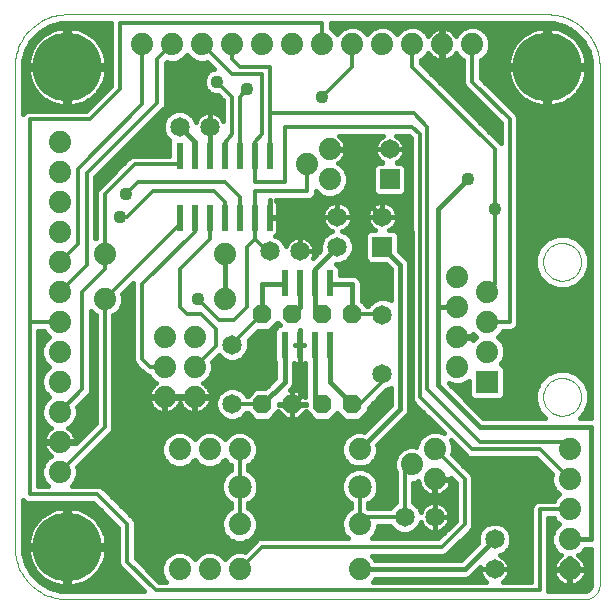
<source format=gtl>
G75*
G70*
%OFA0B0*%
%FSLAX24Y24*%
%IPPOS*%
%LPD*%
%AMOC8*
5,1,8,0,0,1.08239X$1,22.5*
%
%ADD10C,0.0000*%
%ADD11C,0.0740*%
%ADD12R,0.0240X0.0870*%
%ADD13R,0.0740X0.0740*%
%ADD14C,0.0650*%
%ADD15C,0.2300*%
%ADD16OC8,0.0630*%
%ADD17C,0.0160*%
%ADD18R,0.0650X0.0650*%
%ADD19C,0.0780*%
%ADD20C,0.0150*%
%ADD21C,0.0436*%
%ADD22C,0.0120*%
%ADD23C,0.0100*%
D10*
X002925Y001175D02*
X020175Y001175D01*
X020219Y001177D01*
X020262Y001183D01*
X020304Y001192D01*
X020346Y001205D01*
X020386Y001222D01*
X020425Y001242D01*
X020462Y001265D01*
X020496Y001292D01*
X020529Y001321D01*
X020558Y001354D01*
X020585Y001388D01*
X020608Y001425D01*
X020628Y001464D01*
X020645Y001504D01*
X020658Y001546D01*
X020667Y001588D01*
X020673Y001631D01*
X020675Y001675D01*
X020675Y018925D01*
X020673Y019008D01*
X020667Y019091D01*
X020657Y019174D01*
X020643Y019256D01*
X020626Y019338D01*
X020604Y019418D01*
X020579Y019497D01*
X020550Y019575D01*
X020517Y019652D01*
X020480Y019727D01*
X020441Y019800D01*
X020397Y019871D01*
X020351Y019940D01*
X020301Y020007D01*
X020248Y020071D01*
X020192Y020133D01*
X020133Y020192D01*
X020071Y020248D01*
X020007Y020301D01*
X019940Y020351D01*
X019871Y020397D01*
X019800Y020441D01*
X019727Y020480D01*
X019652Y020517D01*
X019575Y020550D01*
X019497Y020579D01*
X019418Y020604D01*
X019338Y020626D01*
X019256Y020643D01*
X019174Y020657D01*
X019091Y020667D01*
X019008Y020673D01*
X018925Y020675D01*
X002925Y020675D01*
X002842Y020673D01*
X002759Y020667D01*
X002676Y020657D01*
X002594Y020643D01*
X002512Y020626D01*
X002432Y020604D01*
X002353Y020579D01*
X002275Y020550D01*
X002198Y020517D01*
X002123Y020480D01*
X002050Y020441D01*
X001979Y020397D01*
X001910Y020351D01*
X001843Y020301D01*
X001779Y020248D01*
X001717Y020192D01*
X001658Y020133D01*
X001602Y020071D01*
X001549Y020007D01*
X001499Y019940D01*
X001453Y019871D01*
X001409Y019800D01*
X001370Y019727D01*
X001333Y019652D01*
X001300Y019575D01*
X001271Y019497D01*
X001246Y019418D01*
X001224Y019338D01*
X001207Y019256D01*
X001193Y019174D01*
X001183Y019091D01*
X001177Y019008D01*
X001175Y018925D01*
X001175Y002925D01*
X001177Y002842D01*
X001183Y002759D01*
X001193Y002676D01*
X001207Y002594D01*
X001224Y002512D01*
X001246Y002432D01*
X001271Y002353D01*
X001300Y002275D01*
X001333Y002198D01*
X001370Y002123D01*
X001409Y002050D01*
X001453Y001979D01*
X001499Y001910D01*
X001549Y001843D01*
X001602Y001779D01*
X001658Y001717D01*
X001717Y001658D01*
X001779Y001602D01*
X001843Y001549D01*
X001910Y001499D01*
X001979Y001453D01*
X002050Y001409D01*
X002123Y001370D01*
X002198Y001333D01*
X002275Y001300D01*
X002353Y001271D01*
X002432Y001246D01*
X002512Y001224D01*
X002594Y001207D01*
X002676Y001193D01*
X002759Y001183D01*
X002842Y001177D01*
X002925Y001175D01*
X018795Y007925D02*
X018797Y007975D01*
X018803Y008025D01*
X018813Y008074D01*
X018827Y008122D01*
X018844Y008169D01*
X018865Y008214D01*
X018890Y008258D01*
X018918Y008299D01*
X018950Y008338D01*
X018984Y008375D01*
X019021Y008409D01*
X019061Y008439D01*
X019103Y008466D01*
X019147Y008490D01*
X019193Y008511D01*
X019240Y008527D01*
X019288Y008540D01*
X019338Y008549D01*
X019387Y008554D01*
X019438Y008555D01*
X019488Y008552D01*
X019537Y008545D01*
X019586Y008534D01*
X019634Y008519D01*
X019680Y008501D01*
X019725Y008479D01*
X019768Y008453D01*
X019809Y008424D01*
X019848Y008392D01*
X019884Y008357D01*
X019916Y008319D01*
X019946Y008279D01*
X019973Y008236D01*
X019996Y008192D01*
X020015Y008146D01*
X020031Y008098D01*
X020043Y008049D01*
X020051Y008000D01*
X020055Y007950D01*
X020055Y007900D01*
X020051Y007850D01*
X020043Y007801D01*
X020031Y007752D01*
X020015Y007704D01*
X019996Y007658D01*
X019973Y007614D01*
X019946Y007571D01*
X019916Y007531D01*
X019884Y007493D01*
X019848Y007458D01*
X019809Y007426D01*
X019768Y007397D01*
X019725Y007371D01*
X019680Y007349D01*
X019634Y007331D01*
X019586Y007316D01*
X019537Y007305D01*
X019488Y007298D01*
X019438Y007295D01*
X019387Y007296D01*
X019338Y007301D01*
X019288Y007310D01*
X019240Y007323D01*
X019193Y007339D01*
X019147Y007360D01*
X019103Y007384D01*
X019061Y007411D01*
X019021Y007441D01*
X018984Y007475D01*
X018950Y007512D01*
X018918Y007551D01*
X018890Y007592D01*
X018865Y007636D01*
X018844Y007681D01*
X018827Y007728D01*
X018813Y007776D01*
X018803Y007825D01*
X018797Y007875D01*
X018795Y007925D01*
X018795Y012425D02*
X018797Y012475D01*
X018803Y012525D01*
X018813Y012574D01*
X018827Y012622D01*
X018844Y012669D01*
X018865Y012714D01*
X018890Y012758D01*
X018918Y012799D01*
X018950Y012838D01*
X018984Y012875D01*
X019021Y012909D01*
X019061Y012939D01*
X019103Y012966D01*
X019147Y012990D01*
X019193Y013011D01*
X019240Y013027D01*
X019288Y013040D01*
X019338Y013049D01*
X019387Y013054D01*
X019438Y013055D01*
X019488Y013052D01*
X019537Y013045D01*
X019586Y013034D01*
X019634Y013019D01*
X019680Y013001D01*
X019725Y012979D01*
X019768Y012953D01*
X019809Y012924D01*
X019848Y012892D01*
X019884Y012857D01*
X019916Y012819D01*
X019946Y012779D01*
X019973Y012736D01*
X019996Y012692D01*
X020015Y012646D01*
X020031Y012598D01*
X020043Y012549D01*
X020051Y012500D01*
X020055Y012450D01*
X020055Y012400D01*
X020051Y012350D01*
X020043Y012301D01*
X020031Y012252D01*
X020015Y012204D01*
X019996Y012158D01*
X019973Y012114D01*
X019946Y012071D01*
X019916Y012031D01*
X019884Y011993D01*
X019848Y011958D01*
X019809Y011926D01*
X019768Y011897D01*
X019725Y011871D01*
X019680Y011849D01*
X019634Y011831D01*
X019586Y011816D01*
X019537Y011805D01*
X019488Y011798D01*
X019438Y011795D01*
X019387Y011796D01*
X019338Y011801D01*
X019288Y011810D01*
X019240Y011823D01*
X019193Y011839D01*
X019147Y011860D01*
X019103Y011884D01*
X019061Y011911D01*
X019021Y011941D01*
X018984Y011975D01*
X018950Y012012D01*
X018918Y012051D01*
X018890Y012092D01*
X018865Y012136D01*
X018844Y012181D01*
X018827Y012228D01*
X018813Y012276D01*
X018803Y012325D01*
X018797Y012375D01*
X018795Y012425D01*
D11*
X016925Y011425D03*
X016925Y010425D03*
X016925Y009425D03*
X015925Y008925D03*
X015925Y009925D03*
X015925Y010925D03*
X015925Y011925D03*
X011675Y015175D03*
X010925Y015675D03*
X011675Y016175D03*
X011425Y019675D03*
X010425Y019675D03*
X009425Y019675D03*
X008425Y019675D03*
X007425Y019675D03*
X006425Y019675D03*
X005425Y019675D03*
X002675Y016425D03*
X002675Y015425D03*
X002675Y014425D03*
X002675Y013425D03*
X002675Y012425D03*
X002675Y011425D03*
X002675Y010425D03*
X002675Y009425D03*
X002675Y008425D03*
X002675Y007425D03*
X002675Y006425D03*
X002675Y005425D03*
X006175Y007925D03*
X006175Y008925D03*
X006175Y009925D03*
X007175Y009925D03*
X007175Y008925D03*
X007175Y007925D03*
X006675Y006175D03*
X007675Y006175D03*
X008675Y006175D03*
X008675Y003675D03*
X008675Y002175D03*
X007675Y002175D03*
X006675Y002175D03*
X012675Y002175D03*
X012675Y003675D03*
X014425Y005675D03*
X015175Y006175D03*
X015175Y005175D03*
X012675Y006175D03*
X008175Y011175D03*
X008175Y012675D03*
X004175Y012675D03*
X004175Y011175D03*
X012425Y019675D03*
X013425Y019675D03*
X014425Y019675D03*
X015425Y019675D03*
X016425Y019675D03*
X019675Y006175D03*
X019675Y005175D03*
X019675Y004175D03*
X019675Y003175D03*
X019675Y002175D03*
D12*
X011675Y009645D03*
X011175Y009645D03*
X010675Y009645D03*
X010175Y009645D03*
X010175Y011705D03*
X010675Y011705D03*
X011175Y011705D03*
X011675Y011705D03*
X009675Y013895D03*
X009175Y013895D03*
X008675Y013895D03*
X008175Y013895D03*
X007675Y013895D03*
X007175Y013895D03*
X006675Y013895D03*
X006675Y015955D03*
X007175Y015955D03*
X007675Y015955D03*
X008175Y015955D03*
X008675Y015955D03*
X009175Y015955D03*
X009675Y015955D03*
D13*
X016925Y008425D03*
D14*
X013425Y008691D03*
X013425Y010659D03*
X011925Y012925D03*
X011925Y013925D03*
X013425Y013925D03*
X013675Y016175D03*
X010675Y012775D03*
X009675Y012775D03*
X008425Y009659D03*
X008425Y007691D03*
X014175Y003925D03*
X015175Y003925D03*
X017175Y003175D03*
X017175Y002175D03*
X007675Y016925D03*
X006675Y016925D03*
D15*
X002925Y018925D03*
X018925Y018925D03*
X002925Y002925D03*
D16*
X009425Y007675D03*
X010425Y007675D03*
X011425Y007675D03*
X012425Y007675D03*
X012425Y010675D03*
X011425Y010675D03*
X010425Y010675D03*
X009425Y010675D03*
D17*
X009425Y011675D01*
X010175Y011675D01*
X010675Y011675D02*
X010675Y010925D01*
X010425Y010675D01*
X011175Y010925D02*
X011425Y010675D01*
X011175Y010925D02*
X011175Y011675D01*
X011675Y011675D02*
X012425Y011675D01*
X012425Y010675D01*
X011675Y009675D02*
X011675Y008425D01*
X012425Y007675D01*
X011425Y007675D02*
X011175Y007925D01*
X011175Y009675D01*
X010675Y009675D02*
X010675Y007925D01*
X010425Y007675D01*
X010175Y008425D02*
X009425Y007675D01*
X010175Y008425D02*
X010175Y009675D01*
D18*
X013425Y012925D03*
X013675Y015175D03*
D19*
X012675Y004925D03*
X008675Y004925D03*
D20*
X002064Y001918D02*
X001860Y001918D01*
X001942Y002034D02*
X001859Y002135D01*
X001787Y002243D01*
X001726Y002358D01*
X001676Y002478D01*
X001638Y002603D01*
X001613Y002730D01*
X001601Y002850D01*
X002850Y002850D01*
X003000Y002850D01*
X003000Y003000D01*
X004249Y003000D01*
X004237Y003120D01*
X004212Y003247D01*
X004174Y003372D01*
X004124Y003492D01*
X004063Y003607D01*
X003991Y003715D01*
X003908Y003816D01*
X003816Y003908D01*
X003715Y003991D01*
X003607Y004063D01*
X003492Y004124D01*
X003372Y004174D01*
X003247Y004212D01*
X003120Y004237D01*
X003000Y004249D01*
X003000Y003000D01*
X002850Y003000D01*
X002850Y004249D01*
X002730Y004237D01*
X002603Y004212D01*
X002478Y004174D01*
X002358Y004124D01*
X002243Y004063D01*
X002135Y003991D01*
X002034Y003908D01*
X001942Y003816D01*
X001859Y003715D01*
X001787Y003607D01*
X001726Y003492D01*
X001676Y003372D01*
X001638Y003247D01*
X001613Y003120D01*
X001601Y003000D01*
X002850Y003000D01*
X002850Y002850D01*
X002850Y001601D01*
X002730Y001613D01*
X002603Y001638D01*
X002478Y001676D01*
X002358Y001726D01*
X002243Y001787D01*
X002135Y001859D01*
X002034Y001942D01*
X001942Y002034D01*
X001916Y002066D02*
X001729Y002066D01*
X001752Y002025D02*
X001559Y002359D01*
X001459Y002732D01*
X001447Y002925D01*
X001447Y004486D01*
X001508Y004425D01*
X001616Y004380D01*
X003803Y004380D01*
X004630Y003553D01*
X004630Y002366D01*
X004675Y002258D01*
X004758Y002175D01*
X005486Y001447D01*
X002925Y001447D01*
X002732Y001459D01*
X002359Y001559D01*
X002025Y001752D01*
X001752Y002025D01*
X001806Y002215D02*
X001643Y002215D01*
X001724Y002363D02*
X001558Y002363D01*
X001519Y002512D02*
X001666Y002512D01*
X001627Y002660D02*
X001479Y002660D01*
X001454Y002809D02*
X001605Y002809D01*
X001447Y002957D02*
X002850Y002957D01*
X002850Y002809D02*
X003000Y002809D01*
X003000Y002850D02*
X003000Y001601D01*
X003120Y001613D01*
X003247Y001638D01*
X003372Y001676D01*
X003492Y001726D01*
X003607Y001787D01*
X003715Y001859D01*
X003816Y001942D01*
X003908Y002034D01*
X003991Y002135D01*
X004063Y002243D01*
X004124Y002358D01*
X004174Y002478D01*
X004212Y002603D01*
X004237Y002730D01*
X004249Y002850D01*
X003000Y002850D01*
X003000Y002957D02*
X004630Y002957D01*
X004630Y002809D02*
X004245Y002809D01*
X004223Y002660D02*
X004630Y002660D01*
X004630Y002512D02*
X004184Y002512D01*
X004126Y002363D02*
X004631Y002363D01*
X004718Y002215D02*
X004044Y002215D01*
X003934Y002066D02*
X004867Y002066D01*
X005015Y001918D02*
X003786Y001918D01*
X003573Y001769D02*
X005164Y001769D01*
X005312Y001621D02*
X003159Y001621D01*
X003000Y001621D02*
X002850Y001621D01*
X002850Y001769D02*
X003000Y001769D01*
X003000Y001918D02*
X002850Y001918D01*
X002850Y002066D02*
X003000Y002066D01*
X003000Y002215D02*
X002850Y002215D01*
X002850Y002363D02*
X003000Y002363D01*
X003000Y002512D02*
X002850Y002512D01*
X002850Y002660D02*
X003000Y002660D01*
X003000Y003106D02*
X002850Y003106D01*
X002850Y003254D02*
X003000Y003254D01*
X003000Y003403D02*
X002850Y003403D01*
X002850Y003551D02*
X003000Y003551D01*
X003000Y003700D02*
X002850Y003700D01*
X002850Y003848D02*
X003000Y003848D01*
X003000Y003997D02*
X002850Y003997D01*
X002850Y004145D02*
X003000Y004145D01*
X003442Y004145D02*
X004038Y004145D01*
X004186Y003997D02*
X003706Y003997D01*
X003876Y003848D02*
X004335Y003848D01*
X004483Y003700D02*
X004001Y003700D01*
X004093Y003551D02*
X004630Y003551D01*
X004630Y003403D02*
X004161Y003403D01*
X004210Y003254D02*
X004630Y003254D01*
X004630Y003106D02*
X004239Y003106D01*
X005220Y003106D02*
X008469Y003106D01*
X008555Y003070D02*
X008795Y003070D01*
X009018Y003162D01*
X009188Y003332D01*
X009280Y003555D01*
X009280Y003795D01*
X009188Y004018D01*
X009018Y004188D01*
X008970Y004208D01*
X008970Y004371D01*
X009029Y004395D01*
X009205Y004571D01*
X009300Y004801D01*
X009300Y005049D01*
X009205Y005279D01*
X009029Y005455D01*
X008970Y005479D01*
X008970Y005642D01*
X009018Y005662D01*
X009188Y005832D01*
X009280Y006055D01*
X009280Y006295D01*
X009188Y006518D01*
X009018Y006688D01*
X008795Y006780D01*
X008555Y006780D01*
X008332Y006688D01*
X008175Y006531D01*
X008018Y006688D01*
X007795Y006780D01*
X007555Y006780D01*
X007332Y006688D01*
X007175Y006531D01*
X007018Y006688D01*
X006795Y006780D01*
X006555Y006780D01*
X006332Y006688D01*
X006162Y006518D01*
X006070Y006295D01*
X006070Y006055D01*
X006162Y005832D01*
X006332Y005662D01*
X006555Y005570D01*
X006795Y005570D01*
X007018Y005662D01*
X007175Y005819D01*
X007332Y005662D01*
X007555Y005570D01*
X007795Y005570D01*
X008018Y005662D01*
X008175Y005819D01*
X008332Y005662D01*
X008380Y005642D01*
X008380Y005479D01*
X008321Y005455D01*
X008145Y005279D01*
X008050Y005049D01*
X008050Y004801D01*
X008145Y004571D01*
X008321Y004395D01*
X008380Y004371D01*
X008380Y004208D01*
X008332Y004188D01*
X008162Y004018D01*
X008070Y003795D01*
X008070Y003555D01*
X008162Y003332D01*
X008332Y003162D01*
X008555Y003070D01*
X008240Y003254D02*
X005220Y003254D01*
X005220Y003403D02*
X008133Y003403D01*
X008072Y003551D02*
X005220Y003551D01*
X005220Y003700D02*
X008070Y003700D01*
X008092Y003848D02*
X005169Y003848D01*
X005175Y003842D02*
X004175Y004842D01*
X004092Y004925D01*
X003984Y004970D01*
X003076Y004970D01*
X003188Y005082D01*
X003280Y005305D01*
X003280Y005545D01*
X003260Y005593D01*
X004342Y006675D01*
X004425Y006758D01*
X004470Y006866D01*
X004470Y010642D01*
X004518Y010662D01*
X004688Y010832D01*
X004780Y011055D01*
X004780Y011295D01*
X004760Y011343D01*
X005130Y011713D01*
X005130Y009116D01*
X005175Y009008D01*
X005258Y008925D01*
X005508Y008675D01*
X005616Y008630D01*
X005642Y008630D01*
X005662Y008582D01*
X005832Y008412D01*
X005887Y008389D01*
X005820Y008341D01*
X005759Y008280D01*
X005709Y008211D01*
X005670Y008134D01*
X005643Y008053D01*
X005630Y007968D01*
X005630Y007950D01*
X006150Y007950D01*
X006150Y007900D01*
X006200Y007900D01*
X006200Y007950D01*
X007150Y007950D01*
X007150Y007900D01*
X006630Y007900D01*
X006200Y007900D01*
X006200Y007380D01*
X006218Y007380D01*
X006303Y007393D01*
X006384Y007420D01*
X006461Y007459D01*
X006530Y007509D01*
X006591Y007570D01*
X006641Y007639D01*
X006675Y007706D01*
X006709Y007639D01*
X006759Y007570D01*
X006820Y007509D01*
X006889Y007459D01*
X006966Y007420D01*
X007047Y007393D01*
X007132Y007380D01*
X007150Y007380D01*
X007150Y007900D01*
X007200Y007900D01*
X007200Y007950D01*
X007720Y007950D01*
X007720Y007968D01*
X007707Y008053D01*
X007680Y008134D01*
X007641Y008211D01*
X007591Y008280D01*
X007530Y008341D01*
X007463Y008389D01*
X007518Y008412D01*
X007688Y008582D01*
X007780Y008805D01*
X007780Y009045D01*
X007760Y009093D01*
X007980Y009313D01*
X008108Y009185D01*
X008314Y009099D01*
X008536Y009099D01*
X008742Y009185D01*
X008900Y009342D01*
X008985Y009548D01*
X008985Y009771D01*
X008971Y009804D01*
X009292Y010125D01*
X009653Y010125D01*
X009925Y010397D01*
X010007Y010315D01*
X009958Y010315D01*
X009820Y010177D01*
X009820Y009113D01*
X009860Y009073D01*
X009860Y008555D01*
X009530Y008225D01*
X009197Y008225D01*
X008942Y007970D01*
X008915Y007970D01*
X008900Y008008D01*
X008742Y008165D01*
X008536Y008251D01*
X008314Y008251D01*
X008108Y008165D01*
X007950Y008008D01*
X007865Y007802D01*
X007865Y007579D01*
X007950Y007374D01*
X008108Y007216D01*
X008314Y007131D01*
X008536Y007131D01*
X008742Y007216D01*
X008900Y007374D01*
X008902Y007380D01*
X008942Y007380D01*
X009197Y007125D01*
X009653Y007125D01*
X009967Y007440D01*
X010222Y007185D01*
X010420Y007185D01*
X010420Y007670D01*
X009975Y007670D01*
X009975Y007680D01*
X010420Y007680D01*
X010420Y008165D01*
X010360Y008165D01*
X010442Y008247D01*
X010490Y008362D01*
X010490Y009046D01*
X010532Y009035D01*
X010675Y009035D01*
X010675Y009645D01*
X010675Y009675D01*
X010675Y007925D01*
X010787Y008006D02*
X010860Y008006D01*
X010860Y007933D02*
X010628Y008165D01*
X010430Y008165D01*
X010430Y007680D01*
X010420Y007680D01*
X010420Y007670D01*
X010430Y007670D01*
X010875Y007670D01*
X010875Y007680D01*
X010430Y007680D01*
X010430Y007670D01*
X010430Y007185D01*
X010628Y007185D01*
X010883Y007440D01*
X011197Y007125D01*
X011653Y007125D01*
X011925Y007397D01*
X012197Y007125D01*
X012653Y007125D01*
X012975Y007447D01*
X012975Y007558D01*
X013556Y008139D01*
X013715Y008205D01*
X013715Y007653D01*
X012828Y006766D01*
X012795Y006780D01*
X012555Y006780D01*
X012332Y006688D01*
X012162Y006518D01*
X012070Y006295D01*
X012070Y006055D01*
X012162Y005832D01*
X012332Y005662D01*
X012555Y005570D01*
X012795Y005570D01*
X013018Y005662D01*
X013188Y005832D01*
X013280Y006055D01*
X013280Y006295D01*
X013266Y006328D01*
X014201Y007262D01*
X014288Y007349D01*
X014335Y007463D01*
X014335Y012387D01*
X014288Y012501D01*
X013985Y012803D01*
X013985Y013347D01*
X013847Y013485D01*
X013663Y013485D01*
X013687Y013497D01*
X013751Y013544D01*
X013806Y013599D01*
X013853Y013663D01*
X013888Y013733D01*
X013913Y013808D01*
X013925Y013886D01*
X013925Y013925D01*
X013425Y013925D01*
X012675Y014675D01*
X012675Y015675D01*
X012175Y016175D01*
X011675Y016175D01*
X011680Y016174D02*
X013175Y016174D01*
X013175Y016175D02*
X013175Y016136D01*
X013187Y016058D01*
X013212Y015983D01*
X013247Y015913D01*
X013294Y015849D01*
X013349Y015794D01*
X013413Y015747D01*
X013437Y015735D01*
X013253Y015735D01*
X013115Y015597D01*
X013115Y014753D01*
X013253Y014615D01*
X014097Y014615D01*
X014235Y014753D01*
X014235Y015597D01*
X014097Y015735D01*
X013913Y015735D01*
X013937Y015747D01*
X014001Y015794D01*
X014056Y015849D01*
X014103Y015913D01*
X014138Y015983D01*
X014163Y016058D01*
X014175Y016136D01*
X014175Y016175D01*
X014175Y016214D01*
X014163Y016292D01*
X014138Y016367D01*
X014103Y016437D01*
X014056Y016501D01*
X014001Y016556D01*
X013937Y016603D01*
X013883Y016630D01*
X014303Y016630D01*
X014380Y016553D01*
X014380Y007866D01*
X014425Y007758D01*
X015479Y006704D01*
X015295Y006780D01*
X015055Y006780D01*
X014832Y006688D01*
X014662Y006518D01*
X014570Y006295D01*
X014570Y006270D01*
X014545Y006280D01*
X014305Y006280D01*
X014082Y006188D01*
X013912Y006018D01*
X013820Y005795D01*
X013820Y005555D01*
X013880Y005410D01*
X013880Y004409D01*
X013858Y004400D01*
X013700Y004242D01*
X013691Y004220D01*
X012970Y004220D01*
X012970Y004371D01*
X013029Y004395D01*
X013205Y004571D01*
X013300Y004801D01*
X013300Y005049D01*
X013205Y005279D01*
X013029Y005455D01*
X012799Y005550D01*
X012551Y005550D01*
X012321Y005455D01*
X012145Y005279D01*
X012050Y005049D01*
X012050Y004801D01*
X012145Y004571D01*
X012321Y004395D01*
X012380Y004371D01*
X012380Y004208D01*
X012332Y004188D01*
X012162Y004018D01*
X012070Y003795D01*
X012070Y003555D01*
X012162Y003332D01*
X012274Y003220D01*
X009366Y003220D01*
X009258Y003175D01*
X009175Y003092D01*
X008843Y002760D01*
X008795Y002780D01*
X008555Y002780D01*
X008332Y002688D01*
X008175Y002531D01*
X008018Y002688D01*
X007795Y002780D01*
X007555Y002780D01*
X007332Y002688D01*
X007175Y002531D01*
X007018Y002688D01*
X006795Y002780D01*
X006555Y002780D01*
X006332Y002688D01*
X006162Y002518D01*
X006070Y002295D01*
X006070Y002055D01*
X006162Y001832D01*
X006224Y001770D01*
X005997Y001770D01*
X005220Y002547D01*
X005220Y003734D01*
X005175Y003842D01*
X005021Y003997D02*
X008153Y003997D01*
X008289Y004145D02*
X004872Y004145D01*
X004724Y004294D02*
X008380Y004294D01*
X008274Y004442D02*
X004575Y004442D01*
X004427Y004591D02*
X008137Y004591D01*
X008076Y004739D02*
X004278Y004739D01*
X004130Y004888D02*
X008050Y004888D01*
X008050Y005036D02*
X003142Y005036D01*
X003230Y005185D02*
X008106Y005185D01*
X008199Y005333D02*
X003280Y005333D01*
X003280Y005482D02*
X008380Y005482D01*
X008380Y005630D02*
X007940Y005630D01*
X008134Y005779D02*
X008216Y005779D01*
X008970Y005630D02*
X012410Y005630D01*
X012385Y005482D02*
X008970Y005482D01*
X009151Y005333D02*
X012199Y005333D01*
X012106Y005185D02*
X009244Y005185D01*
X009300Y005036D02*
X012050Y005036D01*
X012050Y004888D02*
X009300Y004888D01*
X009274Y004739D02*
X012076Y004739D01*
X012137Y004591D02*
X009213Y004591D01*
X009076Y004442D02*
X012274Y004442D01*
X012380Y004294D02*
X008970Y004294D01*
X009061Y004145D02*
X012289Y004145D01*
X012153Y003997D02*
X009197Y003997D01*
X009258Y003848D02*
X012092Y003848D01*
X012070Y003700D02*
X009280Y003700D01*
X009278Y003551D02*
X012072Y003551D01*
X012133Y003403D02*
X009217Y003403D01*
X009110Y003254D02*
X012240Y003254D01*
X013076Y003220D02*
X013188Y003332D01*
X013280Y003555D01*
X013280Y003630D01*
X013691Y003630D01*
X013700Y003608D01*
X013858Y003450D01*
X014064Y003365D01*
X014286Y003365D01*
X014492Y003450D01*
X014650Y003608D01*
X014707Y003747D01*
X014712Y003733D01*
X014747Y003663D01*
X014794Y003599D01*
X014849Y003544D01*
X014913Y003497D01*
X014983Y003462D01*
X015058Y003437D01*
X015136Y003425D01*
X015175Y003425D01*
X015214Y003425D01*
X015292Y003437D01*
X015367Y003462D01*
X015437Y003497D01*
X015501Y003544D01*
X015556Y003599D01*
X015603Y003663D01*
X015638Y003733D01*
X015663Y003808D01*
X015675Y003886D01*
X015675Y003925D01*
X015675Y003964D01*
X015663Y004042D01*
X015638Y004117D01*
X015603Y004187D01*
X015556Y004251D01*
X015501Y004306D01*
X015437Y004353D01*
X015367Y004388D01*
X015292Y004413D01*
X015214Y004425D01*
X015175Y004425D01*
X015175Y003925D01*
X015175Y005175D01*
X015180Y005180D02*
X015720Y005180D01*
X015720Y005213D01*
X015880Y005053D01*
X015880Y003797D01*
X015303Y003220D01*
X013076Y003220D01*
X013110Y003254D02*
X015337Y003254D01*
X015485Y003403D02*
X014377Y003403D01*
X014593Y003551D02*
X014842Y003551D01*
X014729Y003700D02*
X014688Y003700D01*
X014707Y004103D02*
X014650Y004242D01*
X014492Y004400D01*
X014470Y004409D01*
X014470Y005070D01*
X014545Y005070D01*
X014634Y005107D01*
X014643Y005047D01*
X014670Y004966D01*
X014709Y004889D01*
X014759Y004820D01*
X014820Y004759D01*
X014889Y004709D01*
X014966Y004670D01*
X015047Y004643D01*
X015132Y004630D01*
X015170Y004630D01*
X015170Y005170D01*
X015180Y005170D01*
X015180Y005180D01*
X015180Y005170D02*
X015720Y005170D01*
X015720Y005132D01*
X015707Y005047D01*
X015680Y004966D01*
X015641Y004889D01*
X015591Y004820D01*
X015530Y004759D01*
X015461Y004709D01*
X015384Y004670D01*
X015303Y004643D01*
X015218Y004630D01*
X015180Y004630D01*
X015180Y005170D01*
X015170Y005036D02*
X015180Y005036D01*
X015170Y004888D02*
X015180Y004888D01*
X015170Y004739D02*
X015180Y004739D01*
X015175Y004425D02*
X015136Y004425D01*
X015058Y004413D01*
X014983Y004388D01*
X014913Y004353D01*
X014849Y004306D01*
X014794Y004251D01*
X014747Y004187D01*
X014712Y004117D01*
X014707Y004103D01*
X014690Y004145D02*
X014726Y004145D01*
X014836Y004294D02*
X014598Y004294D01*
X014470Y004442D02*
X015880Y004442D01*
X015880Y004294D02*
X015514Y004294D01*
X015624Y004145D02*
X015880Y004145D01*
X015880Y003997D02*
X015670Y003997D01*
X015675Y003925D02*
X015175Y003925D01*
X015175Y003925D01*
X015175Y003925D01*
X015675Y003925D01*
X015669Y003848D02*
X015880Y003848D01*
X015782Y003700D02*
X015621Y003700D01*
X015634Y003551D02*
X015508Y003551D01*
X015175Y003551D02*
X015175Y003551D01*
X015175Y003425D02*
X015175Y003925D01*
X015175Y003925D01*
X015175Y004425D01*
X015175Y004294D02*
X015175Y004294D01*
X015175Y004145D02*
X015175Y004145D01*
X015175Y003997D02*
X015175Y003997D01*
X015175Y003925D02*
X015175Y003425D01*
X015175Y003700D02*
X015175Y003700D01*
X015175Y003848D02*
X015175Y003848D01*
X015502Y004739D02*
X015880Y004739D01*
X015880Y004591D02*
X014470Y004591D01*
X014470Y004739D02*
X014848Y004739D01*
X014710Y004888D02*
X014470Y004888D01*
X014470Y005036D02*
X014647Y005036D01*
X013880Y005036D02*
X013300Y005036D01*
X013300Y004888D02*
X013880Y004888D01*
X013880Y004739D02*
X013274Y004739D01*
X013213Y004591D02*
X013880Y004591D01*
X013880Y004442D02*
X013076Y004442D01*
X012970Y004294D02*
X013752Y004294D01*
X013757Y003551D02*
X013278Y003551D01*
X013217Y003403D02*
X013973Y003403D01*
X013188Y002518D02*
X013076Y002630D01*
X015484Y002630D01*
X015592Y002675D01*
X016342Y003425D01*
X016425Y003508D01*
X016470Y003616D01*
X016470Y005234D01*
X016425Y005342D01*
X015760Y006007D01*
X015780Y006055D01*
X015780Y006295D01*
X015704Y006479D01*
X016175Y006008D01*
X016258Y005925D01*
X016366Y005880D01*
X018553Y005880D01*
X019090Y005343D01*
X019070Y005295D01*
X019070Y005055D01*
X019162Y004832D01*
X019319Y004675D01*
X019162Y004518D01*
X019142Y004470D01*
X018616Y004470D01*
X018508Y004425D01*
X018425Y004342D01*
X018380Y004234D01*
X018380Y001770D01*
X017468Y001770D01*
X017501Y001794D01*
X017556Y001849D01*
X017603Y001913D01*
X017638Y001983D01*
X017663Y002058D01*
X017675Y002136D01*
X017675Y002175D01*
X017675Y002214D01*
X017663Y002292D01*
X017638Y002367D01*
X017603Y002437D01*
X017556Y002501D01*
X017501Y002556D01*
X017437Y002603D01*
X017367Y002638D01*
X017353Y002643D01*
X017492Y002700D01*
X017650Y002858D01*
X017735Y003064D01*
X017735Y003286D01*
X017650Y003492D01*
X017492Y003650D01*
X017286Y003735D01*
X017064Y003735D01*
X016858Y003650D01*
X016700Y003492D01*
X016615Y003286D01*
X016615Y003064D01*
X016618Y003056D01*
X016047Y002485D01*
X013201Y002485D01*
X013188Y002518D01*
X013190Y002512D02*
X016073Y002512D01*
X016222Y002660D02*
X015556Y002660D01*
X015726Y002809D02*
X016370Y002809D01*
X016519Y002957D02*
X015874Y002957D01*
X016023Y003106D02*
X016615Y003106D01*
X016615Y003254D02*
X016171Y003254D01*
X016320Y003403D02*
X016663Y003403D01*
X016759Y003551D02*
X016443Y003551D01*
X016470Y003700D02*
X016978Y003700D01*
X017372Y003700D02*
X018380Y003700D01*
X018380Y003848D02*
X016470Y003848D01*
X016470Y003997D02*
X018380Y003997D01*
X018380Y004145D02*
X016470Y004145D01*
X016470Y004294D02*
X018405Y004294D01*
X018549Y004442D02*
X016470Y004442D01*
X016470Y004591D02*
X019235Y004591D01*
X019255Y004739D02*
X016470Y004739D01*
X016470Y004888D02*
X019139Y004888D01*
X019078Y005036D02*
X016470Y005036D01*
X016470Y005185D02*
X019070Y005185D01*
X019086Y005333D02*
X016429Y005333D01*
X016286Y005482D02*
X018951Y005482D01*
X018803Y005630D02*
X016137Y005630D01*
X015989Y005779D02*
X018654Y005779D01*
X018840Y007235D02*
X018661Y007414D01*
X018523Y007746D01*
X018523Y008104D01*
X018661Y008436D01*
X018914Y008689D01*
X019246Y008827D01*
X019604Y008827D01*
X019936Y008689D01*
X020189Y008436D01*
X020327Y008104D01*
X020327Y007746D01*
X020189Y007414D01*
X020010Y007235D01*
X020403Y007235D01*
X020403Y018925D01*
X020391Y019118D01*
X020291Y019491D01*
X020098Y019825D01*
X019825Y020098D01*
X019491Y020291D01*
X019118Y020391D01*
X018925Y020403D01*
X018871Y020403D01*
X011720Y020403D01*
X011720Y020208D01*
X011768Y020188D01*
X011925Y020031D01*
X012082Y020188D01*
X012305Y020280D01*
X012545Y020280D01*
X012768Y020188D01*
X012925Y020031D01*
X013082Y020188D01*
X013305Y020280D01*
X013545Y020280D01*
X013768Y020188D01*
X013925Y020031D01*
X014082Y020188D01*
X014305Y020280D01*
X014545Y020280D01*
X014768Y020188D01*
X014938Y020018D01*
X014961Y019963D01*
X015009Y020030D01*
X015070Y020091D01*
X015139Y020141D01*
X015216Y020180D01*
X015297Y020207D01*
X015382Y020220D01*
X015400Y020220D01*
X015400Y019700D01*
X015450Y019700D01*
X015450Y020220D01*
X015468Y020220D01*
X015553Y020207D01*
X015634Y020180D01*
X015711Y020141D01*
X015780Y020091D01*
X015841Y020030D01*
X015889Y019963D01*
X015912Y020018D01*
X016082Y020188D01*
X016305Y020280D01*
X016545Y020280D01*
X016768Y020188D01*
X016938Y020018D01*
X017030Y019795D01*
X017030Y019555D01*
X016938Y019332D01*
X016768Y019162D01*
X016720Y019142D01*
X016720Y018547D01*
X017842Y017425D01*
X017925Y017342D01*
X017970Y017234D01*
X017970Y010366D01*
X017925Y010258D01*
X017842Y010175D01*
X017734Y010130D01*
X017458Y010130D01*
X017438Y010082D01*
X017281Y009925D01*
X017438Y009768D01*
X017530Y009545D01*
X017530Y009305D01*
X017438Y009082D01*
X017386Y009030D01*
X017392Y009030D01*
X017530Y008892D01*
X017530Y007958D01*
X017392Y007820D01*
X016458Y007820D01*
X016320Y007958D01*
X016320Y008464D01*
X016268Y008412D01*
X016045Y008320D01*
X015805Y008320D01*
X015657Y008381D01*
X016803Y007235D01*
X018840Y007235D01*
X018811Y007264D02*
X016775Y007264D01*
X016626Y007412D02*
X018663Y007412D01*
X018600Y007561D02*
X016478Y007561D01*
X016329Y007709D02*
X018538Y007709D01*
X018523Y007858D02*
X017430Y007858D01*
X017530Y008006D02*
X018523Y008006D01*
X018544Y008155D02*
X017530Y008155D01*
X017530Y008303D02*
X018606Y008303D01*
X018676Y008452D02*
X017530Y008452D01*
X017530Y008600D02*
X018825Y008600D01*
X019057Y008749D02*
X017530Y008749D01*
X017525Y008897D02*
X020403Y008897D01*
X020403Y008749D02*
X019793Y008749D01*
X020025Y008600D02*
X020403Y008600D01*
X020403Y008452D02*
X020174Y008452D01*
X020244Y008303D02*
X020403Y008303D01*
X020403Y008155D02*
X020306Y008155D01*
X020327Y008006D02*
X020403Y008006D01*
X020403Y007858D02*
X020327Y007858D01*
X020312Y007709D02*
X020403Y007709D01*
X020403Y007561D02*
X020250Y007561D01*
X020187Y007412D02*
X020403Y007412D01*
X020403Y007264D02*
X020039Y007264D01*
X020375Y006925D02*
X020375Y003175D01*
X019675Y003175D01*
X019114Y003403D02*
X018970Y003403D01*
X019070Y003295D02*
X019162Y003518D01*
X019319Y003675D01*
X019162Y003832D01*
X019142Y003880D01*
X018970Y003880D01*
X018970Y001447D01*
X020175Y001447D01*
X020220Y001451D01*
X020302Y001485D01*
X020365Y001548D01*
X020399Y001630D01*
X020403Y001675D01*
X020403Y002865D01*
X020201Y002865D01*
X020188Y002832D01*
X020018Y002662D01*
X019963Y002639D01*
X020030Y002591D01*
X020091Y002530D01*
X020141Y002461D01*
X020180Y002384D01*
X020207Y002303D01*
X020220Y002218D01*
X020220Y002200D01*
X019700Y002200D01*
X019700Y002150D01*
X020220Y002150D01*
X020220Y002132D01*
X020207Y002047D01*
X020180Y001966D01*
X020141Y001889D01*
X020091Y001820D01*
X020030Y001759D01*
X019961Y001709D01*
X019884Y001670D01*
X019803Y001643D01*
X019718Y001630D01*
X019700Y001630D01*
X019700Y002150D01*
X019650Y002150D01*
X019650Y001630D01*
X019632Y001630D01*
X019547Y001643D01*
X019466Y001670D01*
X019389Y001709D01*
X019320Y001759D01*
X019259Y001820D01*
X019209Y001889D01*
X019170Y001966D01*
X019143Y002047D01*
X019130Y002132D01*
X019130Y002150D01*
X019650Y002150D01*
X019650Y002200D01*
X019650Y002570D01*
X019700Y002570D01*
X019700Y002200D01*
X019650Y002200D01*
X019130Y002200D01*
X019130Y002218D01*
X019143Y002303D01*
X019170Y002384D01*
X019209Y002461D01*
X019259Y002530D01*
X019320Y002591D01*
X019387Y002639D01*
X019332Y002662D01*
X019162Y002832D01*
X019070Y003055D01*
X019070Y003295D01*
X019070Y003254D02*
X018970Y003254D01*
X018970Y003106D02*
X019070Y003106D01*
X019110Y002957D02*
X018970Y002957D01*
X018970Y002809D02*
X019186Y002809D01*
X019337Y002660D02*
X018970Y002660D01*
X018970Y002512D02*
X019246Y002512D01*
X019163Y002363D02*
X018970Y002363D01*
X018970Y002215D02*
X019130Y002215D01*
X019140Y002066D02*
X018970Y002066D01*
X018970Y001918D02*
X019195Y001918D01*
X019310Y001769D02*
X018970Y001769D01*
X018970Y001621D02*
X020395Y001621D01*
X020403Y001769D02*
X020040Y001769D01*
X020155Y001918D02*
X020403Y001918D01*
X020403Y002066D02*
X020210Y002066D01*
X020220Y002215D02*
X020403Y002215D01*
X020403Y002363D02*
X020187Y002363D01*
X020104Y002512D02*
X020403Y002512D01*
X020403Y002660D02*
X020013Y002660D01*
X020164Y002809D02*
X020403Y002809D01*
X019700Y002512D02*
X019650Y002512D01*
X019650Y002363D02*
X019700Y002363D01*
X019700Y002215D02*
X019650Y002215D01*
X019650Y002066D02*
X019700Y002066D01*
X019700Y001918D02*
X019650Y001918D01*
X019650Y001769D02*
X019700Y001769D01*
X020270Y001472D02*
X018970Y001472D01*
X018380Y001918D02*
X017605Y001918D01*
X017664Y002066D02*
X018380Y002066D01*
X018380Y002215D02*
X017675Y002215D01*
X017675Y002175D02*
X017175Y002175D01*
X017175Y002175D01*
X017175Y002175D01*
X016675Y002175D01*
X016675Y002214D01*
X016679Y002241D01*
X016351Y001912D01*
X016237Y001865D01*
X013201Y001865D01*
X013188Y001832D01*
X013126Y001770D01*
X016882Y001770D01*
X016849Y001794D01*
X016794Y001849D01*
X016747Y001913D01*
X016712Y001983D01*
X016687Y002058D01*
X016675Y002136D01*
X016675Y002175D01*
X017175Y002175D01*
X017675Y002175D01*
X017640Y002363D02*
X018380Y002363D01*
X018380Y002512D02*
X017546Y002512D01*
X017395Y002660D02*
X018380Y002660D01*
X018380Y002809D02*
X017600Y002809D01*
X017691Y002957D02*
X018380Y002957D01*
X018380Y003106D02*
X017735Y003106D01*
X017735Y003254D02*
X018380Y003254D01*
X018380Y003403D02*
X017687Y003403D01*
X017591Y003551D02*
X018380Y003551D01*
X018970Y003551D02*
X019195Y003551D01*
X019295Y003700D02*
X018970Y003700D01*
X018970Y003848D02*
X019156Y003848D01*
X017175Y003175D02*
X016175Y002175D01*
X012675Y002175D01*
X015640Y004888D02*
X015880Y004888D01*
X015880Y005036D02*
X015703Y005036D01*
X015720Y005185D02*
X015748Y005185D01*
X015840Y005927D02*
X016256Y005927D01*
X016107Y006076D02*
X015780Y006076D01*
X015780Y006224D02*
X015959Y006224D01*
X015810Y006373D02*
X015748Y006373D01*
X015365Y006818D02*
X013756Y006818D01*
X013675Y006675D02*
X013675Y005925D01*
X013325Y005575D01*
X012025Y005575D01*
X010425Y007175D01*
X010425Y007675D01*
X010420Y007709D02*
X010430Y007709D01*
X010420Y007561D02*
X010430Y007561D01*
X010420Y007412D02*
X010430Y007412D01*
X010420Y007264D02*
X010430Y007264D01*
X010706Y007264D02*
X011059Y007264D01*
X010910Y007412D02*
X010855Y007412D01*
X010430Y007858D02*
X010420Y007858D01*
X010420Y008006D02*
X010430Y008006D01*
X010420Y008155D02*
X010430Y008155D01*
X010465Y008303D02*
X010860Y008303D01*
X010860Y008155D02*
X010638Y008155D01*
X010860Y007933D02*
X010860Y009046D01*
X010818Y009035D01*
X010675Y009035D01*
X010675Y009645D01*
X010820Y009645D01*
X010820Y009645D01*
X010675Y009645D01*
X010675Y009645D01*
X010675Y009645D01*
X010675Y010147D01*
X010675Y010147D01*
X010675Y009645D01*
X010675Y009645D01*
X010530Y009645D01*
X010530Y009645D01*
X010675Y009645D01*
X010675Y009645D01*
X010675Y009640D02*
X010675Y009640D01*
X010675Y009788D02*
X010675Y009788D01*
X010675Y009937D02*
X010675Y009937D01*
X010675Y010085D02*
X010675Y010085D01*
X010675Y009491D02*
X010675Y009491D01*
X010675Y009343D02*
X010675Y009343D01*
X010675Y009194D02*
X010675Y009194D01*
X010675Y009046D02*
X010675Y009046D01*
X010857Y009046D02*
X010860Y009046D01*
X010860Y008897D02*
X010490Y008897D01*
X010490Y008749D02*
X010860Y008749D01*
X010860Y008600D02*
X010490Y008600D01*
X010490Y008452D02*
X010860Y008452D01*
X010493Y009046D02*
X010490Y009046D01*
X009860Y009046D02*
X007780Y009046D01*
X007780Y008897D02*
X009860Y008897D01*
X009860Y008749D02*
X007757Y008749D01*
X007695Y008600D02*
X009860Y008600D01*
X009756Y008452D02*
X007557Y008452D01*
X007568Y008303D02*
X009608Y008303D01*
X009127Y008155D02*
X008753Y008155D01*
X008901Y008006D02*
X008978Y008006D01*
X009059Y007264D02*
X008790Y007264D01*
X009036Y006670D02*
X012314Y006670D01*
X012165Y006521D02*
X009185Y006521D01*
X009248Y006373D02*
X012102Y006373D01*
X012070Y006224D02*
X009280Y006224D01*
X009280Y006076D02*
X012070Y006076D01*
X012123Y005927D02*
X009227Y005927D01*
X009134Y005779D02*
X012216Y005779D01*
X012675Y006175D02*
X014025Y007525D01*
X014025Y012325D01*
X013425Y012925D01*
X013985Y012907D02*
X014380Y012907D01*
X014380Y013055D02*
X013985Y013055D01*
X013985Y013204D02*
X014380Y013204D01*
X014380Y013352D02*
X013980Y013352D01*
X013691Y013501D02*
X014380Y013501D01*
X014425Y013425D02*
X013925Y013925D01*
X013925Y013964D01*
X013913Y014042D01*
X013888Y014117D01*
X013853Y014187D01*
X013806Y014251D01*
X013751Y014306D01*
X013687Y014353D01*
X013617Y014388D01*
X013542Y014413D01*
X013464Y014425D01*
X013425Y014425D01*
X013425Y013925D01*
X013425Y013925D01*
X013925Y013925D01*
X013425Y013925D01*
X013425Y013925D01*
X013425Y013925D01*
X012925Y013925D01*
X012925Y013964D01*
X012937Y014042D01*
X012962Y014117D01*
X012997Y014187D01*
X013044Y014251D01*
X013099Y014306D01*
X013163Y014353D01*
X013233Y014388D01*
X013308Y014413D01*
X013386Y014425D01*
X013425Y014425D01*
X013425Y013925D01*
X012925Y013925D01*
X012925Y013886D01*
X012937Y013808D01*
X012962Y013733D01*
X012997Y013663D01*
X013044Y013599D01*
X013099Y013544D01*
X013163Y013497D01*
X013187Y013485D01*
X013003Y013485D01*
X012865Y013347D01*
X012865Y012503D01*
X013003Y012365D01*
X013547Y012365D01*
X013715Y012197D01*
X013715Y011145D01*
X013536Y011219D01*
X013314Y011219D01*
X013108Y011134D01*
X012950Y010976D01*
X012902Y010976D01*
X012908Y010970D02*
X012740Y011138D01*
X012740Y011738D01*
X012692Y011853D01*
X012603Y011942D01*
X012488Y011990D01*
X012030Y011990D01*
X012030Y012237D01*
X011902Y012365D01*
X012036Y012365D01*
X012242Y012450D01*
X012400Y012608D01*
X012485Y012814D01*
X012485Y013036D01*
X012400Y013242D01*
X012242Y013400D01*
X012103Y013457D01*
X012117Y013462D01*
X012187Y013497D01*
X012251Y013544D01*
X012306Y013599D01*
X012353Y013663D01*
X012388Y013733D01*
X012413Y013808D01*
X012425Y013886D01*
X012425Y013925D01*
X012425Y013964D01*
X012413Y014042D01*
X012388Y014117D01*
X012353Y014187D01*
X012306Y014251D01*
X012251Y014306D01*
X012187Y014353D01*
X012117Y014388D01*
X012042Y014413D01*
X011964Y014425D01*
X011925Y014425D01*
X011925Y013925D01*
X010675Y013925D01*
X010675Y012775D01*
X010675Y012775D01*
X010675Y013275D01*
X010714Y013275D01*
X010792Y013263D01*
X010867Y013238D01*
X010937Y013203D01*
X011001Y013156D01*
X011056Y013101D01*
X011103Y013037D01*
X011138Y012967D01*
X011163Y012892D01*
X011175Y012814D01*
X011175Y012775D01*
X010675Y012775D01*
X010675Y012775D01*
X010675Y013275D01*
X010636Y013275D01*
X010558Y013263D01*
X010483Y013238D01*
X010413Y013203D01*
X010349Y013156D01*
X010294Y013101D01*
X010247Y013037D01*
X010212Y012967D01*
X010207Y012953D01*
X010150Y013092D01*
X009992Y013250D01*
X009869Y013301D01*
X009902Y013320D01*
X009935Y013353D01*
X009958Y013392D01*
X009970Y013437D01*
X009970Y013895D01*
X009970Y014353D01*
X009958Y014398D01*
X009935Y014437D01*
X009902Y014470D01*
X009885Y014480D01*
X010984Y014480D01*
X011092Y014525D01*
X011175Y014608D01*
X011220Y014716D01*
X011220Y014774D01*
X011332Y014662D01*
X011555Y014570D01*
X011795Y014570D01*
X012018Y014662D01*
X012188Y014832D01*
X012280Y015055D01*
X012280Y015295D01*
X012188Y015518D01*
X012018Y015688D01*
X011963Y015711D01*
X012030Y015759D01*
X012091Y015820D01*
X012141Y015889D01*
X012180Y015966D01*
X012207Y016047D01*
X012220Y016132D01*
X012220Y016170D01*
X011680Y016170D01*
X011680Y016180D01*
X012220Y016180D01*
X012220Y016218D01*
X012207Y016303D01*
X012180Y016384D01*
X012141Y016461D01*
X012091Y016530D01*
X012030Y016591D01*
X011976Y016630D01*
X013467Y016630D01*
X013413Y016603D01*
X013349Y016556D01*
X013294Y016501D01*
X013247Y016437D01*
X013212Y016367D01*
X013187Y016292D01*
X013175Y016214D01*
X013175Y016175D01*
X013675Y016175D01*
X014175Y016175D01*
X013675Y016175D01*
X013675Y016175D01*
X013675Y016175D01*
X013175Y016175D01*
X013197Y016322D02*
X012200Y016322D01*
X012134Y016471D02*
X013272Y016471D01*
X013445Y016619D02*
X011991Y016619D01*
X012199Y016025D02*
X013198Y016025D01*
X013274Y015877D02*
X012132Y015877D01*
X011987Y015728D02*
X013246Y015728D01*
X013115Y015580D02*
X012126Y015580D01*
X012224Y015431D02*
X013115Y015431D01*
X013115Y015283D02*
X012280Y015283D01*
X012280Y015134D02*
X013115Y015134D01*
X013115Y014986D02*
X012251Y014986D01*
X012190Y014837D02*
X013115Y014837D01*
X013179Y014689D02*
X012044Y014689D01*
X011925Y014425D02*
X011886Y014425D01*
X011808Y014413D01*
X011733Y014388D01*
X011663Y014353D01*
X011599Y014306D01*
X011544Y014251D01*
X011497Y014187D01*
X011462Y014117D01*
X011437Y014042D01*
X011425Y013964D01*
X011425Y013925D01*
X011925Y013925D01*
X011925Y013925D01*
X012425Y013925D01*
X011925Y013925D01*
X011925Y013925D01*
X011925Y013925D01*
X011925Y014425D01*
X011925Y014392D02*
X011925Y014392D01*
X011925Y014243D02*
X011925Y014243D01*
X011925Y014095D02*
X011925Y014095D01*
X011925Y013946D02*
X011925Y013946D01*
X011925Y013925D02*
X011425Y013925D01*
X011425Y013886D01*
X011437Y013808D01*
X011462Y013733D01*
X011497Y013663D01*
X011544Y013599D01*
X011599Y013544D01*
X011663Y013497D01*
X011733Y013462D01*
X011747Y013457D01*
X011608Y013400D01*
X011450Y013242D01*
X011365Y013036D01*
X011365Y012814D01*
X011368Y012806D01*
X011132Y012570D01*
X011138Y012583D01*
X011163Y012658D01*
X011175Y012736D01*
X011175Y012775D01*
X010675Y012775D01*
X010675Y012907D02*
X010675Y012907D01*
X010675Y013055D02*
X010675Y013055D01*
X010675Y013204D02*
X010675Y013204D01*
X010415Y013204D02*
X010038Y013204D01*
X009935Y013352D02*
X011560Y013352D01*
X011659Y013501D02*
X009970Y013501D01*
X009970Y013649D02*
X011507Y013649D01*
X011441Y013798D02*
X009970Y013798D01*
X009970Y013895D02*
X009675Y013895D01*
X009675Y013925D01*
X010675Y013925D01*
X009970Y013946D02*
X011425Y013946D01*
X011454Y014095D02*
X009970Y014095D01*
X009970Y014243D02*
X011538Y014243D01*
X011743Y014392D02*
X009960Y014392D01*
X009675Y014392D02*
X009675Y014392D01*
X009675Y014480D02*
X009675Y013895D01*
X009675Y013895D01*
X009970Y013895D01*
X009675Y013895D02*
X009675Y013895D01*
X009675Y014480D01*
X009675Y014480D01*
X009675Y014243D02*
X009675Y014243D01*
X009675Y014095D02*
X009675Y014095D01*
X009675Y013946D02*
X009675Y013946D01*
X010165Y013055D02*
X010260Y013055D01*
X010935Y013204D02*
X011434Y013204D01*
X011373Y013055D02*
X011090Y013055D01*
X011158Y012907D02*
X011365Y012907D01*
X011320Y012758D02*
X011175Y012758D01*
X011171Y012610D02*
X011147Y012610D01*
X011175Y012175D02*
X011175Y011705D01*
X011175Y011675D01*
X011175Y010925D01*
X010675Y010925D02*
X010675Y011675D01*
X010675Y011705D01*
X011175Y012175D02*
X011925Y012925D01*
X012485Y012907D02*
X012865Y012907D01*
X012865Y013055D02*
X012477Y013055D01*
X012416Y013204D02*
X012865Y013204D01*
X012870Y013352D02*
X012290Y013352D01*
X012191Y013501D02*
X013159Y013501D01*
X013007Y013649D02*
X012343Y013649D01*
X012409Y013798D02*
X012941Y013798D01*
X012925Y013946D02*
X012425Y013946D01*
X012396Y014095D02*
X012954Y014095D01*
X013038Y014243D02*
X012312Y014243D01*
X012107Y014392D02*
X013243Y014392D01*
X013425Y014392D02*
X013425Y014392D01*
X013425Y014243D02*
X013425Y014243D01*
X013425Y014095D02*
X013425Y014095D01*
X013425Y013946D02*
X013425Y013946D01*
X013607Y014392D02*
X014380Y014392D01*
X014380Y014540D02*
X011107Y014540D01*
X011208Y014689D02*
X011306Y014689D01*
X012462Y012758D02*
X012865Y012758D01*
X012865Y012610D02*
X012400Y012610D01*
X012253Y012461D02*
X012907Y012461D01*
X012678Y011867D02*
X013715Y011867D01*
X013715Y011719D02*
X012740Y011719D01*
X012740Y011570D02*
X013715Y011570D01*
X013715Y011422D02*
X012740Y011422D01*
X012740Y011273D02*
X013715Y011273D01*
X014335Y011273D02*
X014380Y011273D01*
X014380Y011125D02*
X014335Y011125D01*
X014335Y010976D02*
X014380Y010976D01*
X014380Y010828D02*
X014335Y010828D01*
X014335Y010679D02*
X014380Y010679D01*
X014380Y010531D02*
X014335Y010531D01*
X014335Y010382D02*
X014380Y010382D01*
X014380Y010234D02*
X014335Y010234D01*
X014335Y010085D02*
X014380Y010085D01*
X014380Y009937D02*
X014335Y009937D01*
X014335Y009788D02*
X014380Y009788D01*
X014380Y009640D02*
X014335Y009640D01*
X014335Y009491D02*
X014380Y009491D01*
X014380Y009343D02*
X014335Y009343D01*
X014335Y009194D02*
X014380Y009194D01*
X014380Y009046D02*
X014335Y009046D01*
X014335Y008897D02*
X014380Y008897D01*
X014380Y008749D02*
X014335Y008749D01*
X014335Y008600D02*
X014380Y008600D01*
X014380Y008452D02*
X014335Y008452D01*
X014335Y008303D02*
X014380Y008303D01*
X014380Y008155D02*
X014335Y008155D01*
X014335Y008006D02*
X014380Y008006D01*
X014384Y007858D02*
X014335Y007858D01*
X014335Y007709D02*
X014474Y007709D01*
X014335Y007561D02*
X014622Y007561D01*
X014771Y007412D02*
X014314Y007412D01*
X014425Y007425D02*
X014425Y013425D01*
X014380Y013649D02*
X013843Y013649D01*
X013909Y013798D02*
X014380Y013798D01*
X014380Y013946D02*
X013925Y013946D01*
X013896Y014095D02*
X014380Y014095D01*
X014380Y014243D02*
X013812Y014243D01*
X014171Y014689D02*
X014380Y014689D01*
X014380Y014837D02*
X014235Y014837D01*
X014235Y014986D02*
X014380Y014986D01*
X014380Y015134D02*
X014235Y015134D01*
X014235Y015283D02*
X014380Y015283D01*
X014380Y015431D02*
X014235Y015431D01*
X014235Y015580D02*
X014380Y015580D01*
X014380Y015728D02*
X014104Y015728D01*
X014076Y015877D02*
X014380Y015877D01*
X014380Y016025D02*
X014152Y016025D01*
X014175Y016174D02*
X014380Y016174D01*
X014380Y016322D02*
X014153Y016322D01*
X014078Y016471D02*
X014380Y016471D01*
X014314Y016619D02*
X013905Y016619D01*
X015515Y018253D02*
X016180Y018253D01*
X016175Y018258D02*
X017380Y017053D01*
X017380Y016387D01*
X017342Y016425D01*
X014720Y019047D01*
X014720Y019142D01*
X014768Y019162D01*
X014938Y019332D01*
X014961Y019387D01*
X015009Y019320D01*
X015070Y019259D01*
X015139Y019209D01*
X015216Y019170D01*
X015297Y019143D01*
X015297Y019144D02*
X014723Y019144D01*
X014772Y018995D02*
X016130Y018995D01*
X016130Y019142D02*
X016130Y018366D01*
X016175Y018258D01*
X016130Y018401D02*
X015366Y018401D01*
X015218Y018550D02*
X016130Y018550D01*
X016130Y018698D02*
X015069Y018698D01*
X014921Y018847D02*
X016130Y018847D01*
X016130Y019142D02*
X016082Y019162D01*
X015912Y019332D01*
X015889Y019387D01*
X015841Y019320D01*
X015780Y019259D01*
X015711Y019209D01*
X015634Y019170D01*
X015553Y019143D01*
X015553Y019144D02*
X016127Y019144D01*
X015952Y019292D02*
X015813Y019292D01*
X015553Y019143D02*
X015468Y019130D01*
X015450Y019130D01*
X015450Y019650D01*
X015400Y019650D01*
X015400Y019130D01*
X015382Y019130D01*
X015297Y019143D01*
X015400Y019144D02*
X015450Y019144D01*
X015450Y019292D02*
X015400Y019292D01*
X015400Y019441D02*
X015450Y019441D01*
X015450Y019589D02*
X015400Y019589D01*
X015400Y019738D02*
X015450Y019738D01*
X015450Y019886D02*
X015400Y019886D01*
X015400Y020035D02*
X015450Y020035D01*
X015450Y020183D02*
X015400Y020183D01*
X015225Y020183D02*
X014773Y020183D01*
X014921Y020035D02*
X015014Y020035D01*
X015625Y020183D02*
X016077Y020183D01*
X015929Y020035D02*
X015836Y020035D01*
X015037Y019292D02*
X014898Y019292D01*
X014077Y020183D02*
X013773Y020183D01*
X013921Y020035D02*
X013929Y020035D01*
X013077Y020183D02*
X012773Y020183D01*
X012921Y020035D02*
X012929Y020035D01*
X012077Y020183D02*
X011773Y020183D01*
X011720Y020332D02*
X019338Y020332D01*
X019342Y020183D02*
X019677Y020183D01*
X019607Y020063D02*
X019492Y020124D01*
X019372Y020174D01*
X019247Y020212D01*
X019120Y020237D01*
X019000Y020249D01*
X019000Y019000D01*
X020249Y019000D01*
X020237Y019120D01*
X020212Y019247D01*
X020174Y019372D01*
X020124Y019492D01*
X020063Y019607D01*
X019991Y019715D01*
X019908Y019816D01*
X019816Y019908D01*
X019715Y019991D01*
X019607Y020063D01*
X019649Y020035D02*
X019888Y020035D01*
X019838Y019886D02*
X020037Y019886D01*
X019972Y019738D02*
X020148Y019738D01*
X020072Y019589D02*
X020234Y019589D01*
X020304Y019441D02*
X020146Y019441D01*
X020198Y019292D02*
X020344Y019292D01*
X020384Y019144D02*
X020232Y019144D01*
X020399Y018995D02*
X019000Y018995D01*
X019000Y019000D02*
X019000Y018850D01*
X020249Y018850D01*
X020237Y018730D01*
X020212Y018603D01*
X020174Y018478D01*
X020124Y018358D01*
X020063Y018243D01*
X019991Y018135D01*
X019908Y018034D01*
X019816Y017942D01*
X019715Y017859D01*
X019607Y017787D01*
X019492Y017726D01*
X019372Y017676D01*
X019247Y017638D01*
X019120Y017613D01*
X019000Y017601D01*
X019000Y018850D01*
X018850Y018850D01*
X018850Y017601D01*
X018730Y017613D01*
X018603Y017638D01*
X018478Y017676D01*
X018358Y017726D01*
X018243Y017787D01*
X018135Y017859D01*
X018034Y017942D01*
X017942Y018034D01*
X017859Y018135D01*
X017787Y018243D01*
X017726Y018358D01*
X017676Y018478D01*
X017638Y018603D01*
X017613Y018730D01*
X017601Y018850D01*
X018850Y018850D01*
X018850Y019000D01*
X018850Y020249D01*
X018730Y020237D01*
X018603Y020212D01*
X018478Y020174D01*
X018358Y020124D01*
X018243Y020063D01*
X018135Y019991D01*
X018034Y019908D01*
X017942Y019816D01*
X017859Y019715D01*
X017787Y019607D01*
X017726Y019492D01*
X017676Y019372D01*
X017638Y019247D01*
X017613Y019120D01*
X017601Y019000D01*
X018850Y019000D01*
X019000Y019000D01*
X019000Y019144D02*
X018850Y019144D01*
X018850Y019292D02*
X019000Y019292D01*
X019000Y019441D02*
X018850Y019441D01*
X018850Y019589D02*
X019000Y019589D01*
X019000Y019738D02*
X018850Y019738D01*
X018850Y019886D02*
X019000Y019886D01*
X019000Y020035D02*
X018850Y020035D01*
X018850Y020183D02*
X019000Y020183D01*
X018508Y020183D02*
X016773Y020183D01*
X016921Y020035D02*
X018201Y020035D01*
X018012Y019886D02*
X016992Y019886D01*
X017030Y019738D02*
X017878Y019738D01*
X017778Y019589D02*
X017030Y019589D01*
X016983Y019441D02*
X017704Y019441D01*
X017652Y019292D02*
X016898Y019292D01*
X016723Y019144D02*
X017618Y019144D01*
X017601Y018847D02*
X016720Y018847D01*
X016720Y018995D02*
X018850Y018995D01*
X018850Y018847D02*
X019000Y018847D01*
X019000Y018698D02*
X018850Y018698D01*
X018850Y018550D02*
X019000Y018550D01*
X019000Y018401D02*
X018850Y018401D01*
X018850Y018253D02*
X019000Y018253D01*
X019000Y018104D02*
X018850Y018104D01*
X018850Y017956D02*
X019000Y017956D01*
X019000Y017807D02*
X018850Y017807D01*
X018850Y017659D02*
X019000Y017659D01*
X019314Y017659D02*
X020403Y017659D01*
X020403Y017807D02*
X019637Y017807D01*
X019829Y017956D02*
X020403Y017956D01*
X020403Y018104D02*
X019965Y018104D01*
X020068Y018253D02*
X020403Y018253D01*
X020403Y018401D02*
X020142Y018401D01*
X020196Y018550D02*
X020403Y018550D01*
X020403Y018698D02*
X020231Y018698D01*
X020249Y018847D02*
X020403Y018847D01*
X020403Y017510D02*
X017757Y017510D01*
X017609Y017659D02*
X018536Y017659D01*
X018213Y017807D02*
X017460Y017807D01*
X017312Y017956D02*
X018021Y017956D01*
X017885Y018104D02*
X017163Y018104D01*
X017015Y018253D02*
X017782Y018253D01*
X017708Y018401D02*
X016866Y018401D01*
X016720Y018550D02*
X017654Y018550D01*
X017619Y018698D02*
X016720Y018698D01*
X016329Y018104D02*
X015663Y018104D01*
X015812Y017956D02*
X016477Y017956D01*
X016626Y017807D02*
X015960Y017807D01*
X016109Y017659D02*
X016774Y017659D01*
X016923Y017510D02*
X016257Y017510D01*
X016406Y017362D02*
X017071Y017362D01*
X017220Y017213D02*
X016554Y017213D01*
X016703Y017065D02*
X017368Y017065D01*
X017380Y016916D02*
X016851Y016916D01*
X017000Y016768D02*
X017380Y016768D01*
X017380Y016619D02*
X017148Y016619D01*
X017297Y016471D02*
X017380Y016471D01*
X017970Y016471D02*
X020403Y016471D01*
X020403Y016619D02*
X017970Y016619D01*
X017970Y016768D02*
X020403Y016768D01*
X020403Y016916D02*
X017970Y016916D01*
X017970Y017065D02*
X020403Y017065D01*
X020403Y017213D02*
X017970Y017213D01*
X017906Y017362D02*
X020403Y017362D01*
X020403Y016322D02*
X017970Y016322D01*
X017970Y016174D02*
X020403Y016174D01*
X020403Y016025D02*
X017970Y016025D01*
X017970Y015877D02*
X020403Y015877D01*
X020403Y015728D02*
X017970Y015728D01*
X017970Y015580D02*
X020403Y015580D01*
X020403Y015431D02*
X017970Y015431D01*
X017970Y015283D02*
X020403Y015283D01*
X020403Y015134D02*
X017970Y015134D01*
X017970Y014986D02*
X020403Y014986D01*
X020403Y014837D02*
X017970Y014837D01*
X017970Y014689D02*
X020403Y014689D01*
X020403Y014540D02*
X017970Y014540D01*
X017970Y014392D02*
X020403Y014392D01*
X020403Y014243D02*
X017970Y014243D01*
X017970Y014095D02*
X020403Y014095D01*
X020403Y013946D02*
X017970Y013946D01*
X017970Y013798D02*
X020403Y013798D01*
X020403Y013649D02*
X017970Y013649D01*
X017970Y013501D02*
X020403Y013501D01*
X020403Y013352D02*
X017970Y013352D01*
X017970Y013204D02*
X018948Y013204D01*
X018914Y013189D02*
X018661Y012936D01*
X018523Y012604D01*
X018523Y012246D01*
X018661Y011914D01*
X018914Y011661D01*
X019246Y011523D01*
X019604Y011523D01*
X019936Y011661D01*
X020189Y011914D01*
X020327Y012246D01*
X020327Y012604D01*
X020189Y012936D01*
X019936Y013189D01*
X019604Y013327D01*
X019246Y013327D01*
X018914Y013189D01*
X018780Y013055D02*
X017970Y013055D01*
X017970Y012907D02*
X018648Y012907D01*
X018587Y012758D02*
X017970Y012758D01*
X017970Y012610D02*
X018525Y012610D01*
X018523Y012461D02*
X017970Y012461D01*
X017970Y012313D02*
X018523Y012313D01*
X018557Y012164D02*
X017970Y012164D01*
X017970Y012016D02*
X018619Y012016D01*
X018708Y011867D02*
X017970Y011867D01*
X017970Y011719D02*
X018856Y011719D01*
X019133Y011570D02*
X017970Y011570D01*
X017970Y011422D02*
X020403Y011422D01*
X020403Y011570D02*
X019717Y011570D01*
X019994Y011719D02*
X020403Y011719D01*
X020403Y011867D02*
X020142Y011867D01*
X020231Y012016D02*
X020403Y012016D01*
X020403Y012164D02*
X020293Y012164D01*
X020327Y012313D02*
X020403Y012313D01*
X020403Y012461D02*
X020327Y012461D01*
X020325Y012610D02*
X020403Y012610D01*
X020403Y012758D02*
X020263Y012758D01*
X020202Y012907D02*
X020403Y012907D01*
X020403Y013055D02*
X020070Y013055D01*
X019902Y013204D02*
X020403Y013204D01*
X020403Y011273D02*
X017970Y011273D01*
X017970Y011125D02*
X020403Y011125D01*
X020403Y010976D02*
X017970Y010976D01*
X017970Y010828D02*
X020403Y010828D01*
X020403Y010679D02*
X017970Y010679D01*
X017970Y010531D02*
X020403Y010531D01*
X020403Y010382D02*
X017970Y010382D01*
X017901Y010234D02*
X020403Y010234D01*
X020403Y010085D02*
X017439Y010085D01*
X017292Y009937D02*
X020403Y009937D01*
X020403Y009788D02*
X017418Y009788D01*
X017491Y009640D02*
X020403Y009640D01*
X020403Y009491D02*
X017530Y009491D01*
X017530Y009343D02*
X020403Y009343D01*
X020403Y009194D02*
X017484Y009194D01*
X017401Y009046D02*
X020403Y009046D01*
X020375Y006925D02*
X016675Y006925D01*
X015275Y008325D01*
X015275Y010925D01*
X015275Y014175D01*
X016275Y015175D01*
X014380Y012758D02*
X014030Y012758D01*
X014179Y012610D02*
X014380Y012610D01*
X014380Y012461D02*
X014304Y012461D01*
X014335Y012313D02*
X014380Y012313D01*
X014380Y012164D02*
X014335Y012164D01*
X014335Y012016D02*
X014380Y012016D01*
X014380Y011867D02*
X014335Y011867D01*
X014335Y011719D02*
X014380Y011719D01*
X014380Y011570D02*
X014335Y011570D01*
X014335Y011422D02*
X014380Y011422D01*
X013715Y012016D02*
X012030Y012016D01*
X012030Y012164D02*
X013715Y012164D01*
X013599Y012313D02*
X011955Y012313D01*
X012753Y011125D02*
X013098Y011125D01*
X012950Y010976D02*
X012948Y010970D01*
X012908Y010970D01*
X015275Y010925D02*
X015925Y010925D01*
X015948Y009948D02*
X016470Y009948D01*
X016470Y009968D01*
X016459Y010035D01*
X016569Y009925D01*
X016459Y009815D01*
X016470Y009882D01*
X016470Y009902D01*
X015948Y009902D01*
X015948Y009948D01*
X015948Y009937D02*
X016558Y009937D01*
X016320Y008452D02*
X016307Y008452D01*
X016320Y008303D02*
X015735Y008303D01*
X015884Y008155D02*
X016320Y008155D01*
X016320Y008006D02*
X016032Y008006D01*
X016181Y007858D02*
X016420Y007858D01*
X015216Y006967D02*
X013905Y006967D01*
X014053Y007115D02*
X015068Y007115D01*
X014919Y007264D02*
X014202Y007264D01*
X014425Y007425D02*
X013675Y006675D01*
X013608Y006670D02*
X014814Y006670D01*
X014665Y006521D02*
X013459Y006521D01*
X013311Y006373D02*
X014602Y006373D01*
X014169Y006224D02*
X013280Y006224D01*
X013280Y006076D02*
X013970Y006076D01*
X013875Y005927D02*
X013227Y005927D01*
X013134Y005779D02*
X013820Y005779D01*
X013820Y005630D02*
X012940Y005630D01*
X012965Y005482D02*
X013850Y005482D01*
X013880Y005333D02*
X013151Y005333D01*
X013244Y005185D02*
X013880Y005185D01*
X012880Y006818D02*
X004450Y006818D01*
X004470Y006967D02*
X013028Y006967D01*
X013177Y007115D02*
X004470Y007115D01*
X004470Y007264D02*
X008060Y007264D01*
X007934Y007412D02*
X007360Y007412D01*
X007384Y007420D02*
X007303Y007393D01*
X007218Y007380D01*
X007200Y007380D01*
X007200Y007900D01*
X007720Y007900D01*
X007720Y007882D01*
X007707Y007797D01*
X007680Y007716D01*
X007641Y007639D01*
X007591Y007570D01*
X007530Y007509D01*
X007461Y007459D01*
X007384Y007420D01*
X007200Y007412D02*
X007150Y007412D01*
X007150Y007561D02*
X007200Y007561D01*
X007200Y007709D02*
X007150Y007709D01*
X007150Y007858D02*
X007200Y007858D01*
X007581Y007561D02*
X007873Y007561D01*
X007865Y007709D02*
X007677Y007709D01*
X007716Y007858D02*
X007888Y007858D01*
X007949Y008006D02*
X007714Y008006D01*
X007670Y008155D02*
X008097Y008155D01*
X006990Y007412D02*
X006360Y007412D01*
X006200Y007412D02*
X006150Y007412D01*
X006150Y007380D02*
X006150Y007900D01*
X005630Y007900D01*
X005630Y007882D01*
X005643Y007797D01*
X005670Y007716D01*
X005709Y007639D01*
X005759Y007570D01*
X005820Y007509D01*
X005889Y007459D01*
X005966Y007420D01*
X006047Y007393D01*
X006132Y007380D01*
X006150Y007380D01*
X005990Y007412D02*
X004470Y007412D01*
X004470Y007561D02*
X005769Y007561D01*
X005673Y007709D02*
X004470Y007709D01*
X004470Y007858D02*
X005634Y007858D01*
X005636Y008006D02*
X004470Y008006D01*
X004470Y008155D02*
X005680Y008155D01*
X005782Y008303D02*
X004470Y008303D01*
X004470Y008452D02*
X005793Y008452D01*
X005655Y008600D02*
X004470Y008600D01*
X004470Y008749D02*
X005434Y008749D01*
X005286Y008897D02*
X004470Y008897D01*
X004470Y009046D02*
X005159Y009046D01*
X005130Y009194D02*
X004470Y009194D01*
X004470Y009343D02*
X005130Y009343D01*
X005130Y009491D02*
X004470Y009491D01*
X004470Y009640D02*
X005130Y009640D01*
X005130Y009788D02*
X004470Y009788D01*
X004470Y009937D02*
X005130Y009937D01*
X005130Y010085D02*
X004470Y010085D01*
X004470Y010234D02*
X005130Y010234D01*
X005130Y010382D02*
X004470Y010382D01*
X004470Y010531D02*
X005130Y010531D01*
X005130Y010679D02*
X004535Y010679D01*
X004683Y010828D02*
X005130Y010828D01*
X005130Y010976D02*
X004747Y010976D01*
X004780Y011125D02*
X005130Y011125D01*
X005130Y011273D02*
X004780Y011273D01*
X004839Y011422D02*
X005130Y011422D01*
X005130Y011570D02*
X004987Y011570D01*
X003880Y010642D02*
X003880Y007047D01*
X003220Y006387D01*
X003220Y006400D01*
X002700Y006400D01*
X002700Y006450D01*
X003220Y006450D01*
X003220Y006468D01*
X003207Y006553D01*
X003180Y006634D01*
X003141Y006711D01*
X003091Y006780D01*
X003030Y006841D01*
X002963Y006889D01*
X003018Y006912D01*
X003188Y007082D01*
X003280Y007305D01*
X003280Y007545D01*
X003260Y007593D01*
X003675Y008008D01*
X003720Y008116D01*
X003720Y010774D01*
X003832Y010662D01*
X003880Y010642D01*
X003815Y010679D02*
X003720Y010679D01*
X003720Y010531D02*
X003880Y010531D01*
X003880Y010382D02*
X003720Y010382D01*
X003720Y010234D02*
X003880Y010234D01*
X003880Y010085D02*
X003720Y010085D01*
X003720Y009937D02*
X003880Y009937D01*
X003880Y009788D02*
X003720Y009788D01*
X003720Y009640D02*
X003880Y009640D01*
X003880Y009491D02*
X003720Y009491D01*
X003720Y009343D02*
X003880Y009343D01*
X003880Y009194D02*
X003720Y009194D01*
X003720Y009046D02*
X003880Y009046D01*
X003880Y008897D02*
X003720Y008897D01*
X003720Y008749D02*
X003880Y008749D01*
X003880Y008600D02*
X003720Y008600D01*
X003720Y008452D02*
X003880Y008452D01*
X003880Y008303D02*
X003720Y008303D01*
X003720Y008155D02*
X003880Y008155D01*
X003880Y008006D02*
X003673Y008006D01*
X003525Y007858D02*
X003880Y007858D01*
X003880Y007709D02*
X003376Y007709D01*
X003274Y007561D02*
X003880Y007561D01*
X003880Y007412D02*
X003280Y007412D01*
X003263Y007264D02*
X003880Y007264D01*
X003880Y007115D02*
X003201Y007115D01*
X003072Y006967D02*
X003799Y006967D01*
X003651Y006818D02*
X003053Y006818D01*
X003162Y006670D02*
X003502Y006670D01*
X003354Y006521D02*
X003212Y006521D01*
X002650Y006450D02*
X002650Y006400D01*
X002130Y006400D01*
X002130Y006382D01*
X002143Y006297D01*
X002170Y006216D01*
X002209Y006139D01*
X002259Y006070D01*
X002320Y006009D01*
X002387Y005961D01*
X002332Y005938D01*
X002162Y005768D01*
X002070Y005545D01*
X002070Y005305D01*
X002162Y005082D01*
X002274Y004970D01*
X001970Y004970D01*
X001970Y010130D01*
X002142Y010130D01*
X002162Y010082D01*
X002319Y009925D01*
X002162Y009768D01*
X002070Y009545D01*
X002070Y009305D01*
X002162Y009082D01*
X002319Y008925D01*
X002162Y008768D01*
X002070Y008545D01*
X002070Y008305D01*
X002162Y008082D01*
X002319Y007925D01*
X002162Y007768D01*
X002070Y007545D01*
X002070Y007305D01*
X002162Y007082D01*
X002332Y006912D01*
X002387Y006889D01*
X002320Y006841D01*
X002259Y006780D01*
X002209Y006711D01*
X002170Y006634D01*
X002143Y006553D01*
X002130Y006468D01*
X002130Y006450D01*
X002650Y006450D01*
X002297Y006818D02*
X001970Y006818D01*
X001970Y006670D02*
X002188Y006670D01*
X002138Y006521D02*
X001970Y006521D01*
X001970Y006373D02*
X002132Y006373D01*
X002167Y006224D02*
X001970Y006224D01*
X001970Y006076D02*
X002255Y006076D01*
X002321Y005927D02*
X001970Y005927D01*
X001970Y005779D02*
X002173Y005779D01*
X002105Y005630D02*
X001970Y005630D01*
X001970Y005482D02*
X002070Y005482D01*
X002070Y005333D02*
X001970Y005333D01*
X001970Y005185D02*
X002120Y005185D01*
X002208Y005036D02*
X001970Y005036D01*
X001491Y004442D02*
X001447Y004442D01*
X001447Y004294D02*
X003889Y004294D01*
X003297Y005630D02*
X006410Y005630D01*
X006216Y005779D02*
X003446Y005779D01*
X003594Y005927D02*
X006123Y005927D01*
X006070Y006076D02*
X003743Y006076D01*
X003891Y006224D02*
X006070Y006224D01*
X006102Y006373D02*
X004040Y006373D01*
X004188Y006521D02*
X006165Y006521D01*
X006314Y006670D02*
X004337Y006670D01*
X006150Y007561D02*
X006200Y007561D01*
X006200Y007709D02*
X006150Y007709D01*
X006150Y007858D02*
X006200Y007858D01*
X006581Y007561D02*
X006769Y007561D01*
X007036Y006670D02*
X007314Y006670D01*
X008036Y006670D02*
X008314Y006670D01*
X007216Y005779D02*
X007134Y005779D01*
X006940Y005630D02*
X007410Y005630D01*
X009791Y007264D02*
X010144Y007264D01*
X009995Y007412D02*
X009940Y007412D01*
X011791Y007264D02*
X012059Y007264D01*
X012791Y007264D02*
X013325Y007264D01*
X013474Y007412D02*
X012940Y007412D01*
X012978Y007561D02*
X013622Y007561D01*
X013715Y007709D02*
X013126Y007709D01*
X013275Y007858D02*
X013715Y007858D01*
X013715Y008006D02*
X013423Y008006D01*
X013594Y008155D02*
X013715Y008155D01*
X009820Y009194D02*
X008752Y009194D01*
X008900Y009343D02*
X009820Y009343D01*
X009820Y009491D02*
X008961Y009491D01*
X008985Y009640D02*
X009820Y009640D01*
X009820Y009788D02*
X008978Y009788D01*
X009104Y009937D02*
X009820Y009937D01*
X009820Y010085D02*
X009252Y010085D01*
X009761Y010234D02*
X009876Y010234D01*
X009910Y010382D02*
X009940Y010382D01*
X008175Y011175D02*
X008175Y012675D01*
X005116Y015970D02*
X005008Y015925D01*
X004925Y015842D01*
X004008Y014925D01*
X003925Y014842D01*
X003880Y014734D01*
X003880Y013208D01*
X003870Y013204D01*
X003870Y013204D01*
X003870Y015253D01*
X006092Y017475D01*
X006175Y017558D01*
X006220Y017666D01*
X006220Y019053D01*
X006257Y019090D01*
X006305Y019070D01*
X006545Y019070D01*
X006768Y019162D01*
X006925Y019319D01*
X007082Y019162D01*
X007305Y019070D01*
X007545Y019070D01*
X007593Y019090D01*
X007814Y018869D01*
X007668Y018809D01*
X007541Y018682D01*
X007472Y018515D01*
X007472Y018335D01*
X007541Y018168D01*
X007668Y018041D01*
X007835Y017972D01*
X007961Y017972D01*
X008130Y017803D01*
X008130Y017133D01*
X008103Y017187D01*
X008056Y017251D01*
X008001Y017306D01*
X007937Y017353D01*
X007867Y017388D01*
X007792Y017413D01*
X007714Y017425D01*
X007675Y017425D01*
X007675Y016925D01*
X007675Y015955D01*
X007675Y015955D01*
X007675Y016565D01*
X007675Y016925D01*
X007675Y016925D01*
X007675Y016925D01*
X007675Y017425D01*
X007636Y017425D01*
X007558Y017413D01*
X007483Y017388D01*
X007413Y017353D01*
X007349Y017306D01*
X007294Y017251D01*
X007247Y017187D01*
X007212Y017117D01*
X007207Y017103D01*
X007150Y017242D01*
X006992Y017400D01*
X006786Y017485D01*
X006564Y017485D01*
X006358Y017400D01*
X006200Y017242D01*
X006115Y017036D01*
X006115Y016814D01*
X006200Y016608D01*
X006320Y016488D01*
X006320Y016487D01*
X006320Y015970D01*
X005116Y015970D01*
X004959Y015877D02*
X004494Y015877D01*
X004642Y016025D02*
X006320Y016025D01*
X006320Y016174D02*
X004791Y016174D01*
X004939Y016322D02*
X006320Y016322D01*
X006320Y016471D02*
X005088Y016471D01*
X005236Y016619D02*
X006196Y016619D01*
X006134Y016768D02*
X005385Y016768D01*
X005533Y016916D02*
X006115Y016916D01*
X006127Y017065D02*
X005682Y017065D01*
X005830Y017213D02*
X006188Y017213D01*
X006320Y017362D02*
X005979Y017362D01*
X006127Y017510D02*
X008130Y017510D01*
X008130Y017362D02*
X007920Y017362D01*
X008084Y017213D02*
X008130Y017213D01*
X008130Y017659D02*
X006217Y017659D01*
X006220Y017807D02*
X008126Y017807D01*
X007977Y017956D02*
X006220Y017956D01*
X006220Y018104D02*
X007605Y018104D01*
X007506Y018253D02*
X006220Y018253D01*
X006220Y018401D02*
X007472Y018401D01*
X007486Y018550D02*
X006220Y018550D01*
X006220Y018698D02*
X007557Y018698D01*
X007759Y018847D02*
X006220Y018847D01*
X006220Y018995D02*
X007688Y018995D01*
X007127Y019144D02*
X006723Y019144D01*
X006898Y019292D02*
X006952Y019292D01*
X007030Y017362D02*
X007430Y017362D01*
X007266Y017213D02*
X007162Y017213D01*
X007675Y017213D02*
X007675Y017213D01*
X007675Y017065D02*
X007675Y017065D01*
X007675Y016925D02*
X007675Y015955D01*
X007675Y016025D02*
X007675Y016025D01*
X007675Y016174D02*
X007675Y016174D01*
X007675Y016322D02*
X007675Y016322D01*
X007675Y016471D02*
X007675Y016471D01*
X007675Y016619D02*
X007675Y016619D01*
X007675Y016768D02*
X007675Y016768D01*
X007675Y016916D02*
X007675Y016916D01*
X007675Y017362D02*
X007675Y017362D01*
X007175Y016425D02*
X006675Y016925D01*
X007175Y016425D02*
X007175Y015955D01*
X004811Y015728D02*
X004345Y015728D01*
X004197Y015580D02*
X004662Y015580D01*
X004514Y015431D02*
X004048Y015431D01*
X003900Y015283D02*
X004365Y015283D01*
X004217Y015134D02*
X003870Y015134D01*
X003870Y014986D02*
X004068Y014986D01*
X003923Y014837D02*
X003870Y014837D01*
X003870Y014689D02*
X003880Y014689D01*
X003870Y014540D02*
X003880Y014540D01*
X003870Y014392D02*
X003880Y014392D01*
X003870Y014243D02*
X003880Y014243D01*
X003870Y014095D02*
X003880Y014095D01*
X003870Y013946D02*
X003880Y013946D01*
X003870Y013798D02*
X003880Y013798D01*
X003870Y013649D02*
X003880Y013649D01*
X003870Y013501D02*
X003880Y013501D01*
X003870Y013352D02*
X003880Y013352D01*
X002161Y010085D02*
X001970Y010085D01*
X001970Y009937D02*
X002308Y009937D01*
X002182Y009788D02*
X001970Y009788D01*
X001970Y009640D02*
X002109Y009640D01*
X002070Y009491D02*
X001970Y009491D01*
X001970Y009343D02*
X002070Y009343D01*
X002116Y009194D02*
X001970Y009194D01*
X001970Y009046D02*
X002199Y009046D01*
X002291Y008897D02*
X001970Y008897D01*
X001970Y008749D02*
X002154Y008749D01*
X002093Y008600D02*
X001970Y008600D01*
X001970Y008452D02*
X002070Y008452D01*
X002071Y008303D02*
X001970Y008303D01*
X001970Y008155D02*
X002132Y008155D01*
X002238Y008006D02*
X001970Y008006D01*
X001970Y007858D02*
X002252Y007858D01*
X002138Y007709D02*
X001970Y007709D01*
X001970Y007561D02*
X002076Y007561D01*
X002070Y007412D02*
X001970Y007412D01*
X001970Y007264D02*
X002087Y007264D01*
X002149Y007115D02*
X001970Y007115D01*
X001970Y006967D02*
X002278Y006967D01*
X002408Y004145D02*
X001447Y004145D01*
X001447Y003997D02*
X002144Y003997D01*
X001974Y003848D02*
X001447Y003848D01*
X001447Y003700D02*
X001849Y003700D01*
X001757Y003551D02*
X001447Y003551D01*
X001447Y003403D02*
X001689Y003403D01*
X001640Y003254D02*
X001447Y003254D01*
X001447Y003106D02*
X001611Y003106D01*
X002008Y001769D02*
X002277Y001769D01*
X002253Y001621D02*
X002691Y001621D01*
X002685Y001472D02*
X005461Y001472D01*
X005850Y001918D02*
X006127Y001918D01*
X006070Y002066D02*
X005701Y002066D01*
X005553Y002215D02*
X006070Y002215D01*
X006098Y002363D02*
X005404Y002363D01*
X005256Y002512D02*
X006160Y002512D01*
X006304Y002660D02*
X005220Y002660D01*
X005220Y002809D02*
X008891Y002809D01*
X009040Y002957D02*
X005220Y002957D01*
X007046Y002660D02*
X007304Y002660D01*
X008046Y002660D02*
X008304Y002660D01*
X008881Y003106D02*
X009188Y003106D01*
X008098Y009194D02*
X007861Y009194D01*
X016356Y001918D02*
X016745Y001918D01*
X016686Y002066D02*
X016504Y002066D01*
X016653Y002215D02*
X016675Y002215D01*
X003553Y017470D02*
X001616Y017470D01*
X001508Y017425D01*
X001447Y017364D01*
X001447Y018925D01*
X001459Y019118D01*
X001559Y019491D01*
X001752Y019825D01*
X002025Y020098D01*
X002359Y020291D01*
X002732Y020391D01*
X002925Y020403D01*
X004380Y020403D01*
X004380Y018297D01*
X003553Y017470D01*
X003593Y017510D02*
X001447Y017510D01*
X001447Y017659D02*
X002536Y017659D01*
X002478Y017676D02*
X002603Y017638D01*
X002730Y017613D01*
X002850Y017601D01*
X002850Y018850D01*
X003000Y018850D01*
X003000Y019000D01*
X004249Y019000D01*
X004237Y019120D01*
X004212Y019247D01*
X004174Y019372D01*
X004124Y019492D01*
X004063Y019607D01*
X003991Y019715D01*
X003908Y019816D01*
X003816Y019908D01*
X003715Y019991D01*
X003607Y020063D01*
X003492Y020124D01*
X003372Y020174D01*
X003247Y020212D01*
X003120Y020237D01*
X003000Y020249D01*
X003000Y019000D01*
X002850Y019000D01*
X002850Y020249D01*
X002730Y020237D01*
X002603Y020212D01*
X002478Y020174D01*
X002358Y020124D01*
X002243Y020063D01*
X002135Y019991D01*
X002034Y019908D01*
X001942Y019816D01*
X001859Y019715D01*
X001787Y019607D01*
X001726Y019492D01*
X001676Y019372D01*
X001638Y019247D01*
X001613Y019120D01*
X001601Y019000D01*
X002850Y019000D01*
X002850Y018850D01*
X001601Y018850D01*
X001613Y018730D01*
X001638Y018603D01*
X001676Y018478D01*
X001726Y018358D01*
X001787Y018243D01*
X001859Y018135D01*
X001942Y018034D01*
X002034Y017942D01*
X002135Y017859D01*
X002243Y017787D01*
X002358Y017726D01*
X002478Y017676D01*
X002213Y017807D02*
X001447Y017807D01*
X001447Y017956D02*
X002021Y017956D01*
X001885Y018104D02*
X001447Y018104D01*
X001447Y018253D02*
X001782Y018253D01*
X001708Y018401D02*
X001447Y018401D01*
X001447Y018550D02*
X001654Y018550D01*
X001619Y018698D02*
X001447Y018698D01*
X001447Y018847D02*
X001601Y018847D01*
X001451Y018995D02*
X002850Y018995D01*
X002850Y018847D02*
X003000Y018847D01*
X003000Y018850D02*
X003000Y017601D01*
X003120Y017613D01*
X003247Y017638D01*
X003372Y017676D01*
X003492Y017726D01*
X003607Y017787D01*
X003715Y017859D01*
X003816Y017942D01*
X003908Y018034D01*
X003991Y018135D01*
X004063Y018243D01*
X004124Y018358D01*
X004174Y018478D01*
X004212Y018603D01*
X004237Y018730D01*
X004249Y018850D01*
X003000Y018850D01*
X003000Y018995D02*
X004380Y018995D01*
X004380Y018847D02*
X004249Y018847D01*
X004231Y018698D02*
X004380Y018698D01*
X004380Y018550D02*
X004196Y018550D01*
X004142Y018401D02*
X004380Y018401D01*
X004335Y018253D02*
X004068Y018253D01*
X003965Y018104D02*
X004187Y018104D01*
X004038Y017956D02*
X003829Y017956D01*
X003890Y017807D02*
X003637Y017807D01*
X003741Y017659D02*
X003314Y017659D01*
X003000Y017659D02*
X002850Y017659D01*
X002850Y017807D02*
X003000Y017807D01*
X003000Y017956D02*
X002850Y017956D01*
X002850Y018104D02*
X003000Y018104D01*
X003000Y018253D02*
X002850Y018253D01*
X002850Y018401D02*
X003000Y018401D01*
X003000Y018550D02*
X002850Y018550D01*
X002850Y018698D02*
X003000Y018698D01*
X003000Y019144D02*
X002850Y019144D01*
X002850Y019292D02*
X003000Y019292D01*
X003000Y019441D02*
X002850Y019441D01*
X002850Y019589D02*
X003000Y019589D01*
X003000Y019738D02*
X002850Y019738D01*
X002850Y019886D02*
X003000Y019886D01*
X003000Y020035D02*
X002850Y020035D01*
X002850Y020183D02*
X003000Y020183D01*
X003342Y020183D02*
X004380Y020183D01*
X004380Y020035D02*
X003649Y020035D01*
X003838Y019886D02*
X004380Y019886D01*
X004380Y019738D02*
X003972Y019738D01*
X004072Y019589D02*
X004380Y019589D01*
X004380Y019441D02*
X004146Y019441D01*
X004198Y019292D02*
X004380Y019292D01*
X004380Y019144D02*
X004232Y019144D01*
X004380Y020332D02*
X002512Y020332D01*
X002508Y020183D02*
X002173Y020183D01*
X002201Y020035D02*
X001962Y020035D01*
X002012Y019886D02*
X001813Y019886D01*
X001878Y019738D02*
X001702Y019738D01*
X001778Y019589D02*
X001616Y019589D01*
X001546Y019441D02*
X001704Y019441D01*
X001652Y019292D02*
X001506Y019292D01*
X001466Y019144D02*
X001618Y019144D01*
X011921Y020035D02*
X011929Y020035D01*
D21*
X011425Y017925D03*
X008925Y018175D03*
X007925Y018425D03*
X004875Y014675D03*
X004675Y013925D03*
X007275Y011175D03*
X006175Y005175D03*
X006175Y003175D03*
X017175Y014175D03*
X016275Y015175D03*
X019675Y015175D03*
X019675Y016675D03*
X019675Y010175D03*
D22*
X017675Y010425D02*
X016925Y010425D01*
X017675Y010425D02*
X017675Y017175D01*
X016425Y018425D01*
X016425Y019675D01*
X014425Y019675D02*
X014425Y018925D01*
X017175Y016175D01*
X017175Y014175D01*
X017175Y011675D01*
X016925Y011425D01*
X013425Y010675D02*
X012425Y010675D01*
X013425Y010659D02*
X013425Y010675D01*
X013425Y008691D02*
X013425Y008425D01*
X012675Y007675D01*
X012425Y007675D01*
X014675Y007925D02*
X016425Y006175D01*
X018675Y006175D01*
X019675Y005175D01*
X019675Y004175D02*
X018675Y004175D01*
X018675Y001475D01*
X005875Y001475D01*
X004925Y002425D01*
X004925Y003675D01*
X003925Y004675D01*
X001675Y004675D01*
X001675Y010425D01*
X002675Y010425D01*
X001675Y010425D02*
X001675Y017175D01*
X003675Y017175D01*
X004675Y018175D01*
X004675Y020375D01*
X011425Y020375D01*
X011425Y019675D01*
X012425Y019675D02*
X012425Y018925D01*
X011425Y017925D01*
X010175Y016925D02*
X014425Y016925D01*
X014675Y016675D01*
X014675Y007925D01*
X014925Y008175D02*
X014925Y016925D01*
X014475Y017375D01*
X009675Y017375D01*
X009675Y015955D01*
X009175Y015955D02*
X009175Y016425D01*
X009425Y016675D01*
X009425Y018675D01*
X008425Y018675D01*
X007425Y019675D01*
X008425Y019675D02*
X008425Y019175D01*
X008675Y018925D01*
X009675Y018925D01*
X009675Y017375D01*
X010175Y016925D02*
X010175Y015075D01*
X009175Y015075D01*
X009175Y015955D01*
X008675Y015955D02*
X008675Y017925D01*
X008925Y018175D01*
X008425Y017925D02*
X007925Y018425D01*
X008425Y017925D02*
X008425Y016675D01*
X008175Y016375D01*
X008175Y015955D01*
X008175Y015075D02*
X005275Y015075D01*
X004875Y014675D01*
X004175Y014675D02*
X004175Y012675D01*
X004175Y012175D01*
X003425Y011425D01*
X003425Y008175D01*
X002675Y007425D01*
X004175Y006925D02*
X004175Y011175D01*
X006675Y013675D01*
X006675Y013895D01*
X007175Y013895D02*
X007175Y013425D01*
X005425Y011675D01*
X005425Y009175D01*
X005675Y008925D01*
X006175Y008925D01*
X007175Y008925D02*
X007875Y009625D01*
X007875Y010175D01*
X007375Y010675D01*
X006925Y010675D01*
X006675Y010925D01*
X006675Y012175D01*
X007675Y013175D01*
X007675Y013895D01*
X008175Y013895D02*
X008175Y014425D01*
X007825Y014775D01*
X005775Y014775D01*
X004925Y013925D01*
X004675Y013925D01*
X004175Y014675D02*
X005175Y015675D01*
X006675Y015675D01*
X006675Y015955D01*
X008175Y015075D02*
X008675Y014575D01*
X008675Y013895D01*
X009175Y013895D02*
X009175Y014775D01*
X010925Y014775D01*
X010925Y015675D01*
X009175Y013895D02*
X009175Y013175D01*
X009575Y012775D01*
X009675Y012775D01*
X009175Y013175D02*
X008925Y012925D01*
X008925Y010925D01*
X008475Y010475D01*
X007975Y010475D01*
X007275Y011175D01*
X008425Y009675D02*
X008425Y009659D01*
X008425Y009675D02*
X009425Y010675D01*
X009425Y007675D02*
X008425Y007675D01*
X008425Y007691D01*
X008675Y006175D02*
X008675Y004925D01*
X008675Y003675D01*
X009425Y002925D02*
X015425Y002925D01*
X016175Y003675D01*
X016175Y005175D01*
X015175Y006175D01*
X014425Y005675D02*
X014175Y005425D01*
X014175Y003925D01*
X012675Y003925D01*
X012675Y003675D01*
X012675Y004925D01*
X009425Y002925D02*
X008675Y002175D01*
X004175Y006925D02*
X002675Y005425D01*
X002675Y011425D02*
X003575Y012325D01*
X003575Y015375D01*
X005925Y017725D01*
X005925Y019175D01*
X006425Y019675D01*
X005425Y019675D02*
X005425Y017675D01*
X003275Y015525D01*
X003275Y013025D01*
X002675Y012425D01*
X014925Y008175D02*
X016675Y006425D01*
X019425Y006425D01*
X019675Y006175D01*
D23*
X011675Y008425D02*
X011675Y009675D01*
X011675Y009645D01*
X011175Y009675D02*
X011175Y009645D01*
X011175Y009675D02*
X011175Y007925D01*
X010175Y008425D02*
X010175Y009675D01*
X010175Y009645D01*
X010175Y011675D02*
X009425Y011675D01*
X010175Y011675D02*
X010175Y011705D01*
X011675Y011675D02*
X011675Y011705D01*
M02*

</source>
